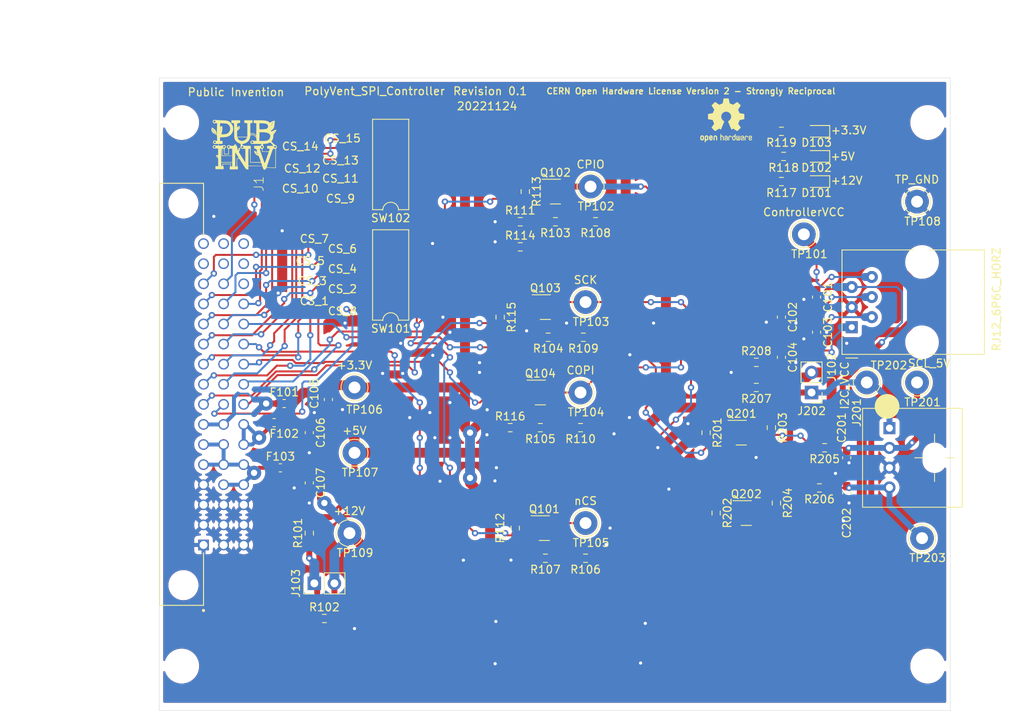
<source format=kicad_pcb>
(kicad_pcb (version 20211014) (generator pcbnew)
  (title_block (title "PolyVent_SPI_Controller") (date "2022-10-26") (rev "0.1") (company "Public Invention") (comment 1 "GNU Affero General Public License v3.0") (comment 2 "DrawnBy: (Forrest) Lee Erickson"))
  (layers (0 "F.Cu" signal) (31 "B.Cu" signal) (34 "B.Paste" user) (35 "F.Paste" user) (36 "B.SilkS" user "B.Silkscreen") (37 "F.SilkS" user "F.Silkscreen") (38 "B.Mask" user) (39 "F.Mask" user) (44 "Edge.Cuts" user))
  (net 0 "")
  (net 1 "GND")
  (net 2 "/CIPO")
  (net 3 "/C_SCK")
  (net 4 "/COPI")
  (net 5 "/nCS")
  (net 6 "+3.3V")
  (net 7 "+5V")
  (net 8 "+12V")
  (net 9 "/I2C_Level_Shifter/SCL_5V")
  (net 10 "/I2C_Level_Shifter/SDA_5V")
  (net 11 "/ControllerVcc")
  (net 12 "Net-(Q101-Pad2)")
  (net 13 "/MISO")
  (net 14 "/SCK")
  (net 15 "/MOSI")
  (net 16 "/SCL")
  (net 17 "Net-(Q201-Pad3)")
  (net 18 "/SDA")
  (net 19 "Net-(Q202-Pad3)")
  (net 20 "/CS_15")
  (net 21 "/CS_11")
  (net 22 "/CS_12")
  (net 23 "/CS_13")
  (net 24 "/CS_14")
  (net 25 "/3.3V")
  (net 26 "/5V")
  (net 27 "/24V{slash}12V")
  (net 28 "/CS_1")
  (net 29 "/CS_2")
  (net 30 "/CS_3")
  (net 31 "/CS_4")
  (net 32 "/CS_5")
  (net 33 "/CS_6")
  (net 34 "/CS_7")
  (net 35 "/USB1_D-")
  (net 36 "/USB1_D+")
  (net 37 "/CS_8")
  (net 38 "/CS_9")
  (net 39 "/CS_10")
  (net 40 "/USB2_D-")
  (net 41 "/USB2_D+")
  (net 42 "/USB3_D-")
  (net 43 "/USB3_D+")
  (net 44 "/RESET")
  (net 45 "Net-(D101-Pad2)")
  (net 46 "Net-(D102-Pad2)")
  (net 47 "Net-(D103-Pad2)")
  (net 48 "/I2C_Level_Shifter/I2C_VCC")
  (net 49 "Net-(R111-Pad1)")
  (footprint "Resistor_SMD:R_0603_1608Metric_Pad0.98x0.95mm_HandSolder" (layer "F.Cu") (at 144.78 79.375 -90)
    (fp_text reference "R113")
    (fp_text value "10K")
  )
  (footprint "Fuse:Fuse_0603_1608Metric" (layer "F.Cu") (at 113.8175 114.3)
    (fp_text reference "F103")
    (fp_text value "Polyfuse_Small")
  )
  (footprint "TestPoint:TestPoint_Loop_D2.54mm_Drill1.5mm_Beaded" (layer "F.Cu") (at 180 84.7725)
    (fp_text reference "TP101")
    (fp_text value "ControllerVCC")
  )
  (footprint "Resistor_SMD:R_0603_1608Metric_Pad0.98x0.95mm_HandSolder" (layer "F.Cu") (at 147.32 125.73 180)
    (fp_text reference "R107")
    (fp_text value "1K")
  )
  (footprint "Resistor_SMD:R_0603_1608Metric_Pad0.98x0.95mm_HandSolder" (layer "F.Cu") (at 182.626 111.76 180)
    (fp_text reference "R205")
    (fp_text value "39R")
  )
  (footprint "TestPoint:TestPoint_Loop_D2.54mm_Drill1.5mm_Beaded" (layer "F.Cu") (at 152.4 93.345)
    (fp_text reference "TP103")
    (fp_text value "SCK")
  )
  (footprint "LED_SMD:LED_0603_1608Metric_Pad1.05x0.95mm_HandSolder" (layer "F.Cu") (at 181.61 78.105 180)
    (fp_text reference "D101")
    (fp_text value "RED 0603")
  )
  (footprint "Resistor_SMD:R_0603_1608Metric_Pad0.98x0.95mm_HandSolder" (layer "F.Cu") (at 119.38 133.35)
    (fp_text reference "R102")
    (fp_text value "DNI")
  )
  (footprint "Resistor_SMD:R_0603_1608Metric_Pad0.98x0.95mm_HandSolder" (layer "F.Cu") (at 144.145 83.185)
    (fp_text reference "R111")
    (fp_text value "1K")
  )
  (footprint "Resistor_SMD:R_0603_1608Metric_Pad0.98x0.95mm_HandSolder" (layer "F.Cu") (at 146.685 109.22 180)
    (fp_text reference "R105")
    (fp_text value "1K")
  )
  (footprint "Resistor_SMD:R_0603_1608Metric_Pad0.98x0.95mm_HandSolder" (layer "F.Cu") (at 177.165 78.105 180)
    (fp_text reference "R117")
    (fp_text value "1K")
  )
  (footprint "TestPoint:TestPoint_Loop_D2.54mm_Drill1.5mm_Beaded" (layer "F.Cu") (at 123.19 104.14)
    (fp_text reference "TP106")
    (fp_text value "+3.3V")
  )
  (footprint "Capacitor_SMD:C_0603_1608Metric_Pad1.08x0.95mm_HandSolder" (layer "F.Cu") (at 185.42 117.475 -90)
    (fp_text reference "C202")
    (fp_text value "39PF")
  )
  (footprint "Resistor_SMD:R_0603_1608Metric_Pad0.98x0.95mm_HandSolder" (layer "F.Cu") (at 153.67 83.185 180)
    (fp_text reference "R108")
    (fp_text value "10K")
  )
  (footprint "TestPoint:TestPoint_Loop_D2.54mm_Drill1.5mm_Beaded" (layer "F.Cu") (at 194.945 123.19)
    (fp_text reference "TP203")
    (fp_text value "SDA_5V")
  )
  (footprint "Resistor_SMD:R_0603_1608Metric_Pad0.98x0.95mm_HandSolder" (layer "F.Cu") (at 148.59 83.185 180)
    (fp_text reference "R103")
    (fp_text value "1K")
  )
  (footprint "" (layer "F.Cu") (at 101.3411 70.6436)
    (fp_text reference "@HOLE1" hide)
    (fp_text value "")
  )
  (footprint "Package_TO_SOT_SMD:SOT-23" (layer "F.Cu") (at 148.59 79.375)
    (fp_text reference "Q102")
    (fp_text value "BSS138")
  )
  (footprint "Resistor_SMD:R_0603_1608Metric_Pad0.98x0.95mm_HandSolder" (layer "F.Cu") (at 176.53 118.745 -90)
    (fp_text reference "R204")
    (fp_text value "10K")
  )
  (footprint "TestPoint:TestPoint_Loop_D2.54mm_Drill1.5mm_Beaded" (layer "F.Cu") (at 151.765 104.775)
    (fp_text reference "TP104")
    (fp_text value "COPI")
  )
  (footprint "PubInv_PCB:SMDIP-16_L11.39_W6.7mm" (layer "F.Cu") (at 127.762 89.916 180)
    (fp_text reference "SW101")
    (fp_text value "SW_DIP_x08")
  )
  (footprint "PubInv_PCB:SMDIP-16_L11.39_W6.7mm" (layer "F.Cu") (at 127.762 75.946 180)
    (fp_text reference "SW102")
    (fp_text value "SW_DIP_x08")
  )
  (footprint "Fuse:Fuse_0603_1608Metric" (layer "F.Cu") (at 113.03 108.585)
    (fp_text reference "F102")
    (fp_text value "Polyfuse_Small")
  )
  (footprint "Resistor_SMD:R_0603_1608Metric_Pad0.98x0.95mm_HandSolder" (layer "F.Cu") (at 177.165 71.755 180)
    (fp_text reference "R119")
    (fp_text value "1K")
  )
  (footprint "TestPoint:TestPoint_Loop_D2.54mm_Drill1.5mm_Beaded" (layer "F.Cu") (at 152.4 121.285)
    (fp_text reference "TP105")
    (fp_text value "nCS")
  )
  (footprint "Fuse:Fuse_0603_1608Metric" (layer "F.Cu") (at 114.3 106.172)
    (fp_text reference "F101")
    (fp_text value "Polyfuse_Small")
  )
  (footprint "" (layer "F.Cu") (at 101.3411 139.3636)
    (fp_text reference "@HOLE0" hide)
    (fp_text value "")
  )
  (footprint "PubInv_PCB:S04B-XASK-1(LF)(SN)" (layer "F.Cu") (at 200.025 113.03 -90)
    (fp_text reference "J201")
    (fp_text value "S04B-XASK-1(LF)(SN)")
  )
  (footprint "Connector_PinHeader_2.54mm:PinHeader_1x02_P2.54mm_Vertical" (layer "F.Cu") (at 118.11 128.905 90)
    (fp_text reference "J103")
    (fp_text value "0.100_2Pin")
  )
  (footprint "Resistor_SMD:R_0603_1608Metric_Pad0.98x0.95mm_HandSolder" (layer "F.Cu") (at 144.145 86.36)
    (fp_text reference "R114")
    (fp_text value "1K")
  )
  (footprint "Resistor_SMD:R_0603_1608Metric_Pad0.98x0.95mm_HandSolder" (layer "F.Cu") (at 167.64 109.855 -90)
    (fp_text reference "R201")
    (fp_text value "10K")
  )
  (footprint "Resistor_SMD:R_0603_1608Metric_Pad0.98x0.95mm_HandSolder" (layer "F.Cu") (at 175.895 109.22 -90)
    (fp_text reference "R203")
    (fp_text value "10K")
  )
  (footprint "TestPoint:TestPoint_Loop_D2.54mm_Drill1.5mm_Beaded" (layer "F.Cu") (at 194.31 80.645)
    (fp_text reference "TP108")
    (fp_text value "TP_GND")
  )
  (footprint "Resistor_SMD:R_0603_1608Metric_Pad0.98x0.95mm_HandSolder" (layer "F.Cu") (at 177.4425 74.93 180)
    (fp_text reference "R118")
    (fp_text value "1K")
  )
  (footprint "Resistor_SMD:R_0603_1608Metric_Pad0.98x0.95mm_HandSolder" (layer "F.Cu") (at 147.6775 97.79 180)
    (fp_text reference "R104")
    (fp_text value "1K")
  )
  (footprint "PubInv_PCB:RJ12_Amphenol_54601" (layer "F.Cu") (at 186.055 96.52 90)
    (fp_text reference "J102")
    (fp_text value "RJ12_6P6C_HORZ")
  )
  (footprint "TestPoint:TestPoint_Loop_D2.54mm_Drill1.5mm_Beaded" (layer "F.Cu") (at 194.31 103.505)
    (fp_text reference "TP201")
    (fp_text value "SCL_5V")
  )
  (footprint "Package_TO_SOT_SMD:SOT-23" (layer "F.Cu") (at 146.685 104.775)
    (fp_text reference "Q104")
    (fp_text value "BSS138")
  )
  (footprint "TestPoint:TestPoint_Loop_D2.54mm_Drill1.5mm_Beaded" (layer "F.Cu") (at 122.555 122.555)
    (fp_text reference "TP109")
    (fp_text value "+12V")
  )
  (footprint "" (layer "F.Cu") (at 195.6611 70.6436)
    (fp_text reference "@HOLE2" hide)
    (fp_text value "")
  )
  (footprint "Resistor_SMD:R_0603_1608Metric_Pad0.98x0.95mm_HandSolder" (layer "F.Cu") (at 152.4 125.73 180)
    (fp_text reference "R106")
    (fp_text value "10K")
  )
  (footprint "Capacitor_SMD:C_0603_1608Metric_Pad1.08x0.95mm_HandSolder" (layer "F.Cu") (at 185.42 113.03 -90)
    (fp_text reference "C201")
    (fp_text value "39PF")
  )
  (footprint "Capacitor_SMD:C_0603_1608Metric_Pad1.08x0.95mm_HandSolder" (layer "F.Cu") (at 117.475 109.855 -90)
    (fp_text reference "C106")
    (fp_text value "100NF")
  )
  (footprint "Package_TO_SOT_SMD:SOT-23" (layer "F.Cu") (at 147.32 93.98)
    (fp_text reference "Q103")
    (fp_text value "BSS138")
  )
  (footprint "TestPoint:TestPoint_Loop_D2.54mm_Drill1.5mm_Beaded" (layer "F.Cu") (at 187.96 103.505)
    (fp_text reference "TP202")
    (fp_text value "I2C_VCC")
  )
  (footprint "Symbol:OSHW-Logo2_7.3x6mm_SilkScreen" (layer "F.Cu") (at 170.18 70.358)
    (fp_text reference "Graphic1" hide)
    (fp_text value "OSHW-Logo2_7.3x6mm_SilkScreen" hide)
  )
  (footprint "Capacitor_SMD:C_0603_1608Metric_Pad1.08x0.95mm_HandSolder" (layer "F.Cu") (at 181.61 97.155 -90)
    (fp_text reference "C103")
    (fp_text value "39PF")
  )
  (footprint "Resistor_SMD:R_0603_1608Metric_Pad0.98x0.95mm_HandSolder" (layer "F.Cu") (at 173.99 104.14 180)
    (fp_text reference "R207")
    (fp_text value "DNI")
  )
  (footprint "Resistor_SMD:R_0603_1608Metric_Pad0.98x0.95mm_HandSolder" (layer "F.Cu") (at 173.99 100.965)
    (fp_text reference "R208")
    (fp_text value "DNI")
  )
  (footprint "Resistor_SMD:R_0603_1608Metric_Pad0.98x0.95mm_HandSolder" (layer "F.Cu") (at 168.91 120.015 -90)
    (fp_text reference "R202")
    (fp_text value "10K")
  )
  (footprint "Connector_PinHeader_2.54mm:PinHeader_1x02_P2.54mm_Vertical" (layer "F.Cu") (at 180.975 104.78 180)
    (fp_text reference "J202")
    (fp_text value "0.100_2Pin")
  )
  (footprint "" (layer "F.Cu") (at 195.6611 139.3636)
    (fp_text reference "@HOLE3" hide)
    (fp_text value "")
  )
  (footprint "Capacitor_SMD:C_0603_1608Metric_Pad1.08x0.95mm_HandSolder" (layer "F.Cu") (at 177.165 100.33 -90)
    (fp_text reference "C104")
    (fp_text value "39PF")
  )
  (footprint "PubInv_PCB:HARTING_09231486921" (layer "F.Cu") (at 104.101113 124.0536 -90)
    (fp_text reference "J1")
    (fp_text value "09231486921")
  )
  (footprint "Capacitor_SMD:C_0603_1608Metric_Pad1.08x0.95mm_HandSolder" (layer "F.Cu") (at 119.888 105.664 -90)
    (fp_text reference "C105")
    (fp_text value "100NF")
  )
  (footprint "Capacitor_SMD:C_0603_1608Metric_Pad1.08x0.95mm_HandSolder" (layer "F.Cu") (at 117.475 116.205 -90)
    (fp_text reference "C107")
    (fp_text value "100NF")
  )
  (footprint "Resistor_SMD:R_0603_1608Metric_Pad0.98x0.95mm_HandSolder" (layer "F.Cu") (at 143.51 121.92 -90)
    (fp_text reference "R112")
    (fp_text value "10K")
  )
  (footprint "Resistor_SMD:R_0603_1608Metric_Pad0.98x0.95mm_HandSolder" (layer "F.Cu") (at 142.875 109.22)
    (fp_text reference "R116")
    (fp_text value "10K")
  )
  (footprint "Capacitor_SMD:C_0603_1608Metric_Pad1.08x0.95mm_HandSolder" (layer "F.Cu") (at 181.61 92.71 -90)
    (fp_text reference "C101")
    (fp_text value "39PF")
  )
  (footprint "Package_TO_SOT_SMD:SOT-23" (layer "F.Cu") (at 172.72 120.015)
    (fp_text reference "Q202")
    (fp_text value "BSS138")
  )
  (footprint "Resistor_SMD:R_0603_1608Metric_Pad0.98x0.95mm_HandSolder" (layer "F.Cu") (at 152.1225 97.79 180)
    (fp_text reference "R109")
    (fp_text value "10K")
  )
  (footprint "TestPoint:TestPoint_Loop_D2.54mm_Drill1.5mm_Beaded" (layer "F.Cu") (at 123.19 112.395)
    (fp_text reference "TP107")
    (fp_text value "+5V")
  )
  (footprint "Resistor_SMD:R_0603_1608Metric_Pad0.98x0.95mm_HandSolder" (layer "F.Cu") (at 181.9675 116.84 180)
    (fp_text reference "R206")
    (fp_text value "39R")
  )
  (footprint "Resistor_SMD:R_0603_1608Metric_Pad0.98x0.95mm_HandSolder" (layer "F.Cu") (at 117.475 122.555 90)
    (fp_text reference "R101")
    (fp_text value "DNI")
  )
  (footprint "LED_SMD:LED_0603_1608Metric_Pad1.05x0.95mm_HandSolder" (layer "F.Cu") (at 181.61 74.93 180)
    (fp_text reference "D102")
    (fp_text value "RED 0603")
  )
  (footprint "Package_TO_SOT_SMD:SOT-23" (layer "F.Cu") (at 172.085 109.855)
    (fp_text reference "Q201")
    (fp_text value "BSS138")
  )
  (footprint "Package_TO_SOT_SMD:SOT-23" (layer "F.Cu") (at 147.195 121.92)
    (fp_text reference "Q101")
    (fp_text value "BSS138")
  )
  (footprint "LED_SMD:LED_0603_1608Metric_Pad1.05x0.95mm_HandSolder" (layer "F.Cu") (at 181.61 71.755 180)
    (fp_text reference "D103")
    (fp_text value "RED 0603")
  )
  (footprint "Resistor_SMD:R_0603_1608Metric_Pad0.98x0.95mm_HandSolder" (layer "F.Cu") (at 141.605 95.25 -90)
    (fp_text reference "R115")
    (fp_text value "10K")
  )
  (footprint "Resistor_SMD:R_0603_1608Metric_Pad0.98x0.95mm_HandSolder" (layer "F.Cu") (at 151.765 109.22 180)
    (fp_text reference "R110")
    (fp_text value "10K")
  )
  (footprint "TestPoint:TestPoint_Loop_D2.54mm_Drill1.5mm_Beaded" (layer "F.Cu") (at 153.035 78.74)
    (fp_text reference "TP102")
    (fp_text value "CPIO")
  )
  (footprint "Capacitor_SMD:C_0603_1608Metric_Pad1.08x0.95mm_HandSolder" (layer "F.Cu") (at 177.165 95.25 -90)
    (fp_text reference "C102")
    (fp_text value "39PF")
  )
  (footprint "PubInv_PCB:Logo_PI_BandW_70percent_10x10" (layer "F.Cu") (at 109.22 73.66)
    (fp_text reference "G***" hide)
    (fp_text value "LOGO" hide)
  )
  (gr_line (start 198.5011 145.0036) (end 198.5011 65.0036) (layer "Edge.Cuts") (width 0.05))
  (gr_line (start 98.5011 65.0036) (end 98.5011 145.0036) (layer "Edge.Cuts") (width 0.05))
  (gr_line (start 98.5011 145.0036) (end 198.5011 145.0036) (layer "Edge.Cuts") (width 0.05))
  (gr_line (start 198.5011 65.0036) (end 98.5011 65.0036) (layer "Edge.Cuts") (width 0.05))
  (gr_text "CS_9" (at 121.412 80.264) (layer "F.SilkS") (effects (font (size 1 1))))
  (gr_text "CS_2" (at 121.666 91.694) (layer "F.SilkS") (effects (font (size 1 1))))
  (gr_text "CS_4" (at 121.666 89.154) (layer "F.SilkS") (effects (font (size 1 1))))
  (gr_text "CERN Open Hardware License Version 2 - Strongly Reciprocal" (at 165.735 66.675) (layer "F.SilkS") (effects (font (size 0.762 0.762) (thickness 0.1524))))
  (gr_text "CS_12" (at 116.586 76.454) (layer "F.SilkS") (effects (font (size 1 1))))
  (gr_text "+5V" (at 184.912 74.93) (layer "F.SilkS") (effects (font (size 1 1))))
  (gr_text "CS_1" (at 118.11 93.218) (layer "F.SilkS") (effects (font (size 1 1))))
  (gr_text "CS_3" (at 117.856 90.678) (layer "F.SilkS") (effects (font (size 1 1))))
  (gr_text "Public Invention" (at 108.204 66.802) (layer "F.SilkS") (effects (font (size 1 1))))
  (gr_text "CS_15" (at 121.666 72.644) (layer "F.SilkS") (effects (font (size 1 1))))
  (gr_text "PolyVent_SPI_Controller" (at 125.73 66.675) (layer "F.SilkS") (effects (font (size 1 1))))
  (gr_text "Revision 0.1" (at 140.335 66.675) (layer "F.SilkS") (effects (font (size 1 1))))
  (gr_text "CS_14" (at 116.332 73.66) (layer "F.SilkS") (effects (font (size 1 1))))
  (gr_text "+3.3V" (at 185.674 71.628) (layer "F.SilkS") (effects (font (size 1 1))))
  (gr_text "CS_13" (at 121.412 75.438) (layer "F.SilkS") (effects (font (size 1 1))))
  (gr_text "CS_7" (at 118.11 85.344) (layer "F.SilkS") (effects (font (size 1 1))))
  (gr_text "+12V" (at 185.42 77.978) (layer "F.SilkS") (effects (font (size 1 1))))
  (gr_text "CS_5" (at 117.602 88.138) (layer "F.SilkS") (effects (font (size 1 1))))
  (gr_text "20221124" (at 139.954 68.58) (layer "F.SilkS") (effects (font (size 1 1))))
  (gr_text "CS_6" (at 121.666 86.614) (layer "F.SilkS") (effects (font (size 1 1))))
  (gr_text "CS_11" (at 121.412 77.724) (layer "F.SilkS") (effects (font (size 1 1))))
  (gr_text "CS_10" (at 116.332 78.994) (layer "F.SilkS") (effects (font (size 1 1))))
  (gr_text "CS_8" (at 121.666 94.488) (layer "F.SilkS") (effects (font (size 1 1))))
  (via (at 105.405146 82.507346) (size 0.8) (drill 0.4) (layers "F.Cu" "B.Cu") (net 1))
  (via (at 126.746 102.362) (size 0.8) (drill 0.4) (layers "F.Cu" "B.Cu") (net 1))
  (via (at 134.366 95.25) (size 0.8) (drill 0.4) (layers "F.Cu" "B.Cu") (net 1))
  (via (at 180 98) (size 0.8) (drill 0.4) (layers "F.Cu" "B.Cu") (net 1))
  (via (at 135.259299 97.159299) (size 0.8) (drill 0.4) (layers "F.Cu" "B.Cu") (net 1))
  (via (at 140.97 83.185) (size 0.8) (drill 0.4) (layers "F.Cu" "B.Cu") (net 1))
  (via (at 140.97 85.725) (size 0.8) (drill 0.4) (layers "F.Cu" "B.Cu") (net 1))
  (via (at 118.11 107.315) (size 0.8) (drill 0.4) (layers "F.Cu" "B.Cu") (net 1))
  (via (at 135.255 110.49) (size 0.8) (drill 0.4) (layers "F.Cu" "B.Cu") (net 1))
  (via (at 141.130273 114.283695) (size 0.8) (drill 0.4) (layers "F.Cu" "B.Cu") (net 1))
  (via (at 175.26 95.885) (size 0.8) (drill 0.4) (layers "F.Cu" "B.Cu") (net 1))
  (via (at 133.085758 100.075405) (size 0.8) (drill 0.4) (layers "F.Cu" "B.Cu") (net 1))
  (via (at 133.0585 85.932333) (size 0.8) (drill 0.4) (layers "F.Cu" "B.Cu") (net 1))
  (via (at 161.535983 111.740553) (size 0.8) (drill 0.4) (layers "F.Cu" "B.Cu") (net 1))
  (via (at 159.358742 138.979796) (size 0.8) (drill 0.4) (layers "F.Cu" "B.Cu") (net 1))
  (via (at 180 93) (size 0.8) (drill 0.4) (layers "F.Cu" "B.Cu") (net 1))
  (via (at 185.7155 118.745) (size 0.8) (drill 0.4) (layers "F.Cu" "B.Cu") (net 1))
  (via (at 139 102.235) (size 0.8) (drill 0.4) (layers "F.Cu" "B.Cu") (net 1))
  (via (at 139 101) (size 0.8) (drill 0.4) (layers "F.Cu" "B.Cu") (net 1))
  (via (at 179 96) (size 0.8) (drill 0.4) (layers "F.Cu" "B.Cu") (net 1))
  (via (at 173.965665 112.989993) (size 0.8) (drill 0.4) (layers "F.Cu" "B.Cu") (net 1))
  (via (at 178.984413 100.985677) (size 0.8) (drill 0.4) (layers "F.Cu" "B.Cu") (net 1))
  (via (at 150 96) (size 0.8) (drill 0.4) (layers "F.Cu" "B.Cu") (net 1))
  (via (at 142.971122 125.964255) (size 0.8) (drill 0.4) (layers "F.Cu" "B.Cu") (net 1))
  (via (at 117.475 112.395) (size 0.8) (drill 0.4) (layers "F.Cu" "B.Cu") (net 1))
  (via (at 140.945459 115.947027) (size 0.8) (drill 0.4) (layers "F.Cu" "B.Cu") (net 1))
  (via (at 185.7155 113.665) (size 0.8) (drill 0.4) (layers "F.Cu" "B.Cu") (net 1))
  (via (at 123.19 134.62) (size 0.8) (drill 0.4) (layers "F.Cu" "B.Cu") (net 1))
  (via (at 117.475 118.745) (size 0.8) (drill 0.4) (layers "F.Cu" "B.Cu") (net 1))
  (via (at 141.063232 133.7225) (size 0.8) (drill 0.4) (layers "F.Cu" "B.Cu") (net 1))
  (via (at 139.959781 106.952717) (size 0.8) (drill 0.4) (layers "F.Cu" "B.Cu") (net 1))
  (via (at 157.948401 107.938395) (size 0.8) (drill 0.4) (layers "F.Cu" "B.Cu") (net 1))
  (via (at 158 100) (size 0.8) (drill 0.4) (layers "F.Cu" "B.Cu") (net 1))
  (via (at 134 116) (size 0.8) (drill 0.4) (layers "F.Cu" "B.Cu") (net 1))
  (via (at 113.538 92.202) (size 0.8) (drill 0.4) (layers "F.Cu" "B.Cu") (net 1))
  (via (at 136.957033 125.973513) (size 0.8) (drill 0.4) (layers "F.Cu" "B.Cu") (net 1))
  (via (at 140.97 139.065) (size 0.8) (drill 0.4) (layers "F.Cu" "B.Cu") (net 1))
  (via (at 161 96) (size 0.8) (drill 0.4) (layers "F.Cu" "B.Cu") (net 1))
  (via (at 184 115) (size 0.8) (drill 0.4) (layers "F.Cu" "B.Cu") (net 1))
  (via (at 159.953501 133.963507) (size 0.8) (drill 0.4) (layers "F.Cu" "B.Cu") (net 1))
  (via (at 121.991367 95.999999) (size 0.8) (drill 0.4) (layers "F.Cu" "B.Cu") (net 1))
  (via (at 162.938395 116.994309) (size 0.8) (drill 0.4) (layers "F.Cu" "B.Cu") (net 1))
  (via (at 185.42 98.552) (size 0.8) (drill 0.4) (layers "F.Cu" "B.Cu") (net 1))
  (via (at 121.666 106.934) (size 0.8) (drill 0.4) (layers "F.Cu" "B.Cu") (net 1))
  (via (at 144.949775 96.972729) (size 0.8) (drill 0.4) (layers "F.Cu" "B.Cu") (net 1))
  (via (at 115.57 116.84) (size 0.8) (drill 0.4) (layers "F.Cu" "B.Cu") (net 1))
  (via (at 117.343701 93.467701) (size 0.8) (drill 0.4) (layers "F.Cu" "B.Cu") (net 1))
  (via (at 155 124) (size 0.8) (drill 0.4) (layers "F.Cu" "B.Cu") (net 1))
  (via (at 130.175 107.95) (size 0.8) (drill 0.4) (layers "F.Cu" "B.Cu") (net 1))
  (via (at 129.032 98.552) (size 0.8) (drill 0.4) (layers "F.Cu" "B.Cu") (net 1))
  (via (at 139.934631 110.1175) (size 0.8) (drill 0.4) (layers "F.Cu" "B.Cu") (net 1))
  (via (at 170.815 102.235) (size 0.8) (drill 0.4) (layers "F.Cu" "B.Cu") (net 1))
  (via (at 156 110) (size 0.8) (drill 0.4) (layers "F.Cu" "B.Cu") (net 1))
  (via (at 132.715 107.315) (size 0.8) (drill 0.4) (layers "F.Cu" "B.Cu") (net 1))
  (via (at 114.046 84.328) (size 0.8) (drill 0.4) (layers "F.Cu" "B.Cu") (net 1))
  (via (at 182.88 97.155) (size 0.8) (drill 0.4) (layers "F.Cu" "B.Cu") (net 1))
  (via (at 133.35 110.49) (size 0.8) (drill 0.4) (layers "F.Cu" "B.Cu") (net 1))
  (via (at 165.354 108.712) (size 0.8) (drill 0.4) (layers "F.Cu" "B.Cu") (net 1))
  (via (at 135.255 106.045) (size 0.8) (drill 0.4) (layers "F.Cu" "B.Cu") (net 1))
  (via (at 155.505999 121.92) (size 0.8) (drill 0.4) (layers "F.Cu" "B.Cu") (net 1))
  (via (at 129.286 102.362) (size 0.8) (drill 0.4) (layers "F.Cu" "B.Cu") (net 1))
  (via (at 185 121) (size 0.8) (drill 0.4) (layers "F.Cu" "B.Cu") (net 1))
  (segment (start 165.1 89.535) (end 165.1 83.82) (width 0.25) (layer "F.Cu") (net 2))
  (segment (start 150.162489 78.74) (end 153.035 78.74) (width 0.762) (layer "F.Cu") (net 2))
  (segment (start 165.1 83.82) (end 160.02 78.74) (width 0.25) (layer "F.Cu") (net 2))
  (segment (start 149.5275 79.375) (end 150.1625 78.74) (width 0.25) (layer "F.Cu") (net 2))
  (segment (start 181.61 91.8475) (end 183.2875 90.17) (width 0.25) (layer "F.Cu") (net 2))
  (segment (start 167.4125 91.8475) (end 165.1 89.535) (width 0.25) (layer "F.Cu") (net 2))
  (segment (start 149.5275 79.375) (end 149.5275 83.16) (width 0.25) (layer "F.Cu") (net 2))
  (segment (start 183.2875 90.17) (end 183.515 90.17) (width 0.25) (layer "F.Cu") (net 2))
  (segment (start 149.5275 83.16) (end 149.5025 83.185) (width 0.25) (layer "F.Cu") (net 2))
  (segment (start 160.02 78.74) (end 159.385 78.74) (width 0.25) (layer "F.Cu") (net 2))
  (segment (start 181.61 91.8475) (end 167.4125 91.8475) (width 0.25) (layer "F.Cu") (net 2))
  (segment (start 149.5025 83.185) (end 152.7575 83.185) (width 0.25) (layer "F.Cu") (net 2))
  (via (at 159.385 78.74) (size 0.8) (drill 0.4) (layers "F.Cu" "B.Cu") (net 2))
  (via (at 183.515 90.17) (size 0.8) (drill 0.4) (layers "F.Cu" "B.Cu") (net 2))
  (segment (start 188.595 90.17) (end 187.706 90.17) (width 1) (layer "B.Cu") (net 2))
  (segment (start 159.385 78.74) (end 153.035 78.74) (width 0.762) (layer "B.Cu") (net 2))
  (segment (start 187.706 90.17) (end 183.515 90.17) (width 0.25) (layer "B.Cu") (net 2))
  (segment (start 165.5075 94.3875) (end 164.465 93.345) (width 0.25) (layer "F.Cu") (net 3))
  (segment (start 148.2575 93.98) (end 148.8925 93.345) (width 0.25) (layer "F.Cu") (net 3))
  (segment (start 148.59 97.79) (end 151.21 97.79) (width 0.25) (layer "F.Cu") (net 3))
  (segment (start 177.165 94.3875) (end 165.5075 94.3875) (width 0.25) (layer "F.Cu") (net 3))
  (segment (start 148.59 97.79) (end 148.59 94.3125) (width 0.25) (layer "F.Cu") (net 3))
  (segment (start 152.4 93.345) (end 160.655 93.345) (width 0.25) (layer "F.Cu") (net 3))
  (segment (start 182.080495 94.435) (end 177.2125 94.435) (width 0.25) (layer "F.Cu") (net 3))
  (segment (start 148.8925 93.345) (end 152.4 93.345) (width 0.25) (layer "F.Cu") (net 3))
  (segment (start 148.59 94.3125) (end 148.2575 93.98) (width 0.25) (layer "F.Cu") (net 3))
  (segment (start 183.515 93.000495) (end 182.080495 94.435) (width 0.25) (layer "F.Cu") (net 3))
  (segment (start 183.515 92.71) (end 183.515 93.000495) (width 0.25) (layer "F.Cu") (net 3))
  (segment (start 177.2125 94.435) (end 177.165 94.3875) (width 0.25) (layer "F.Cu") (net 3))
  (via (at 183.515 92.71) (size 0.8) (drill 0.4) (layers "F.Cu" "B.Cu") (net 3))
  (via (at 160.655 93.345) (size 0.8) (drill 0.4) (layers "F.Cu" "B.Cu") (net 3))
  (via (at 164.465 93.345) (size 0.8) (drill 0.4) (layers "F.Cu" "B.Cu") (net 3))
  (segment (start 187.706 92.71) (end 183.515 92.71) (width 0.25) (layer "B.Cu") (net 3))
  (segment (start 188.595 92.71) (end 187.706 92.71) (width 1) (layer "B.Cu") (net 3))
  (segment (start 164.465 93.345) (end 160.655 93.345) (width 0.25) (layer "B.Cu") (net 3))
  (segment (start 147.6225 104.775) (end 151.765 104.775) (width 0.25) (layer "F.Cu") (net 4))
  (segment (start 178.435 97.79) (end 165.735 97.79) (width 0.25) (layer "F.Cu") (net 4))
  (segment (start 165.735 97.79) (end 164.465 99.06) (width 0.25) (layer "F.Cu") (net 4))
  (segment (start 182.4725 96.2925) (end 183.515 95.25) (width 0.25) (layer "F.Cu") (net 4))
  (segment (start 164.465 99.06) (end 164.465 101.6) (width 0.25) (layer "F.Cu") (net 4))
  (segment (start 147.6225 104.775) (end 147.6225 109.195) (width 0.25) (layer "F.Cu") (net 4))
  (segment (start 147.5975 109.22) (end 150.8525 109.22) (width 0.25) (layer "F.Cu") (net 4))
  (segment (start 181.61 96.2925) (end 179.9325 96.2925) (width 0.25) (layer "F.Cu") (net 4))
  (segment (start 179.9325 96.2925) (end 178.435 97.79) (width 0.25) (layer "F.Cu") (net 4))
  (segment (start 154.94 101.6) (end 160.02 101.6) (width 0.25) (layer "F.Cu") (net 4))
  (segment (start 151.765 104.775) (end 154.94 101.6) (width 0.25) (layer "F.Cu") (net 4))
  (segment (start 181.61 96.2925) (end 182.4725 96.2925) (width 0.25) (layer "F.Cu") (net 4))
  (segment (start 147.6225 109.195) (end 147.5975 109.22) (width 0.25) (layer "F.Cu") (net 4))
  (via (at 183.515 95.25) (size 0.8) (drill 0.4) (layers "F.Cu" "B.Cu") (net 4))
  (via (at 160.02 101.6) (size 0.8) (drill 0.4) (layers "F.Cu" "B.Cu") (net 4))
  (via (at 164.465 101.6) (size 0.8) (drill 0.4) (layers "F.Cu" "B.Cu") (net 4))
  (segment (start 187.452 95.25) (end 183.515 95.25) (width 0.25) (layer "B.Cu") (net 4))
  (segment (start 188.595 95.25) (end 187.706 95.25) (width 1) (layer "B.Cu") (net 4))
  (segment (start 160.02 101.6) (end 164.465 101.6) (width 0.25) (layer "B.Cu") (net 4))
  (segment (start 176.7575 99.4675) (end 177.165 99.4675) (width 0.25) (layer "F.Cu") (net 5))
  (segment (start 157.988 124.714) (end 157.988 114.046) (width 0.25) (layer "F.Cu") (net 5))
  (segment (start 167.005 99.06) (end 176.35 99.06) (width 0.25) (layer "F.Cu") (net 5))
  (segment (start 177.165 99.4675) (end 183.3 99.4675) (width 0.25) (layer "F.Cu") (net 5))
  (segment (start 151.4875 125.73) (end 152.7575 127) (width 0.25) (layer "F.Cu") (net 5))
  (segment (start 148.7675 121.285) (end 152.4 121.285) (width 0.25) (layer "F.Cu") (net 5))
  (segment (start 151.4875 125.73) (end 148.2325 125.73) (width 0.25) (layer "F.Cu") (net 5))
  (segment (start 152.7575 127) (end 155.702 127) (width 0.25) (layer "F.Cu") (net 5))
  (segment (start 148.1325 121.92) (end 148.7675 121.285) (width 0.25) (layer "F.Cu") (net 5))
  (segment (start 157.988 114.046) (end 163.83 108.204) (width 0.25) (layer "F.Cu") (net 5))
  (segment (start 176.35 99.06) (end 176.7575 99.4675) (width 0.25) (layer "F.Cu") (net 5))
  (segment (start 148.1325 125.63) (end 148.2325 125.73) (width 0.25) (layer "F.Cu") (net 5))
  (segment (start 165.735 100.33) (end 167.005 99.06) (width 0.25) (layer "F.Cu") (net 5))
  (segment (start 155.702 127) (end 157.988 124.714) (width 0.25) (layer "F.Cu") (net 5))
  (segment (start 183.3 99.4675) (end 183.515 99.6825) (width 0.25) (layer "F.Cu") (net 5))
  (segment (start 148.1325 121.92) (end 148.1325 125.63) (width 0.25) (layer "F.Cu") (net 5))
  (segment (start 165.735 104.14) (end 165.735 100.33) (width 0.25) (layer "F.Cu") (net 5))
  (via (at 163.83 108.204) (size 0.8) (drill 0.4) (layers "F.Cu" "B.Cu") (net 5))
  (via (at 183.515 99.6825) (size 0.8) (drill 0.4) (layers "F.Cu" "B.Cu") (net 5))
  (via (at 165.735 104.14) (size 0.8) (drill 0.4) (layers "F.Cu" "B.Cu") (net 5))
  (segment (start 165.735 104.14) (end 165.735 106.299) (width 0.25) (layer "B.Cu") (net 5))
  (segment (start 165.735 106.299) (end 163.83 108.204) (width 0.25) (layer "B.Cu") (net 5))
  (segment (start 186.055 96.52) (end 184.785 96.52) (width 1) (layer "B.Cu") (net 5))
  (segment (start 184.785 96.52) (end 184.785 96.8375) (width 0.25) (layer "B.Cu") (net 5))
  (segment (start 184.785 96.8375) (end 183.515 98.1075) (width 0.25) (layer "B.Cu") (net 5))
  (segment (start 183.515 98.1075) (end 183.515 99.6825) (width 0.25) (layer "B.Cu") (net 5))
  (segment (start 141.605 93.345) (end 141.8825 93.0675) (width 1.25) (layer "F.Cu") (net 6))
  (segment (start 141.9625 108.9425) (end 141.605 108.585) (width 1.25) (layer "F.Cu") (net 6))
  (segment (start 161.0125 119.1025) (end 168.91 119.1025) (width 1.25) (layer "F.Cu") (net 6))
  (segment (start 167.6775 108.905) (end 167.64 108.9425) (width 1.25) (layer "F.Cu") (net 6))
  (segment (start 141.605 108.585) (end 139.065 108.585) (width 1.25) (layer "F.Cu") (net 6))
  (segment (start 143.51 93.0675) (end 141.8825 93.0675) (width 1.25) (layer "F.Cu") (net 6))
  (segment (start 119.888 104.8015) (end 119.888 104.394) (width 1.25) (layer "F.Cu") (net 6))
  (segment (start 146.3825 93.03) (end 143.5475 93.03) (width 1.25) (layer "F.Cu") (net 6))
  (segment (start 120.4295 103.8525) (end 122.9025 103.8525) (width 1.25) (layer "F.Cu") (net 6))
  (segment (start 161.0125 115.220783) (end 161.0125 119.1025) (width 1.25) (layer "F.Cu") (net 6))
  (segment (start 160.655 118.618) (end 160.655 127) (width 1.25) (layer "F.Cu") (net 6))
  (segment (start 139.065 108.585) (end 137.795 109.855) (width 1.25) (layer "F.Cu") (net 6))
  (segment (start 138.0725 78.4625) (end 137.16 79.375) (width 1.25) (layer "F.Cu") (net 6))
  (segment (start 122.9025 103.8525) (end 123.19 104.14) (width 1.25) (layer "F.Cu") (net 6))
  (segment (start 137.4375 93.0675) (end 137.16 93.345) (width 1.25) (layer "F.Cu") (net 6))
  (segment (start 144.8175 78.425) (end 144.78 78.4625) (width 1.25) (layer "F.Cu") (net 6))
  (segment (start 147.6525 78.425) (end 144.8175 78.425) (width 1.25) (layer "F.Cu") (net 6))
  (segment (start 167.290783 108.9425) (end 161.0125 115.220783) (width 1.25) (layer "F.Cu") (net 6))
  (segment (start 171.745 119.1025) (end 168.91 119.1025) (width 0.254) (layer "F.Cu") (net 6))
  (segment (start 141.9625 109.22) (end 141.9625 108.9425) (width 1.25) (layer "F.Cu") (net 6))
  (segment (start 137.16 109.22) (end 137.795 109.855) (width 1.25) (layer "F.Cu") (net 6))
  (segment (start 137.16 93.345) (end 137.16 104.14) (width 1.25) (layer "F.Cu") (net 6))
  (segment (start 144.78 78.4625) (end 142.5975 78.4625) (width 1.25) (layer "F.Cu") (net 6))
  (segment (start 123.19 104.14) (end 137.16 104.14) (width 1.25) (layer "F.Cu") (net 6))
  (segment (start 141.8825 93.0675) (end 137.4375 93.0675) (width 1.25) (layer "F.Cu") (net 6))
  (segment (start 137.16 79.375) (end 137.16 93.345) (width 1.25) (layer "F.Cu") (net 6))
  (segment (start 141.605 94.3375) (end 141.605 93.345) (width 1.25) (layer "F.Cu") (net 6))
  (segment (start 140.335 118.745) (end 137.795 116.205) (width 1.25) (layer "F.Cu") (net 6))
  (segment (start 115.316 106.172) (end 116.6865 104.8015) (width 1.25) (layer "F.Cu") (net 6))
  (segment (start 142.9125 103.825) (end 142.875 103.8625) (width 1.25) (layer "F.Cu") (net 6))
  (segment (start 145.7475 103.825) (end 142.9125 103.825) (width 1.25) (layer "F.Cu") (net 6))
  (segment (start 145.415 71.755) (end 142.5975 74.5725) (width 1.25) (layer "F.Cu") (net 6))
  (segment (start 167.64 108.9425) (end 167.290783 108.9425) (width 1.25) (layer "F.Cu") (net 6))
  (segment (start 140.335 127) (end 140.335 118.745) (width 1.25) (layer "F.Cu") (net 6))
  (segment (start 160.655 127) (end 158.115 129.54) (width 1.25) (layer "F.Cu") (net 6))
  (segment (start 137.795 116.205) (end 137.795 115.57) (width 1.25) (layer "F.Cu") (net 6))
  (segment (start 119.888 104.394) (end 120.4295 103.8525) (width 1.25) (layer "F.Cu") (net 6))
  (segment (start 142.5975 74.5725) (end 142.5975 78.4625) (width 1.25) (layer "F.Cu") (net 6))
  (segment (start 143.5475 120.97) (end 143.51 121.0075) (width 1.25) (layer "F.Cu") (net 6))
  (segment (start 176.2525 71.755) (end 145.415 71.755) (width 1.25) (layer "F.Cu") (net 6))
  (segment (start 143.51 121.0075) (end 142.5975 121.0075) (width 1.25) (layer "F.Cu") (net 6))
  (segment (start 158.115 129.54) (end 142.875 129.54) (width 1.25) (layer "F.Cu") (net 6))
  (segment (start 142.875 129.54) (end 140.335 127) (width 1.25) (layer "F.Cu") (net 6))
  (segment (start 142.5975 78.4625) (end 138.0725 78.4625) (width 1.25) (layer "F.Cu") (net 6))
  (segment (start 146.2575 120.97) (end 143.5475 120.97) (width 1.25) (layer "F.Cu") (net 6))
  (segment (start 142.5975 121.0075) (end 140.335 118.745) (width 1.25) (layer "F.Cu") (net 6))
  (segment (start 171.7825 119.065) (end 171.745 119.1025) (width 0.254) (layer "F.Cu") (net 6))
  (segment (start 142.5975 104.14) (end 142.875 103.8625) (width 1.25) (layer "F.Cu") (net 6))
  (segment (start 143.5475 93.03) (end 143.51 93.0675) (width 1.25) (layer "F.Cu") (net 6))
  (segment (start 116.6865 104.8015) (end 119.888 104.8015) (width 1.25) (layer "F.Cu") (net 6))
  (segment (start 115.0875 106.172) (end 115.316 106.172) (width 1.25) (layer "F.Cu") (net 6))
  (segment (start 171.1475 108.905) (end 167.6775 108.905) (width 1.25) (layer "F.Cu") (net 6))
  (segment (start 137.16 104.14) (end 142.5975 104.14) (width 1.25) (layer "F.Cu") (net 6))
  (segment (start 137.16 104.14) (end 137.16 109.22) (width 1.25) (layer "F.Cu") (net 6))
  (via (at 137.795 109.855) (size 1.8) (drill 0.8) (layers "F.Cu" "B.Cu") (net 6))
  (via (at 137.795 115.57) (size 1.8) (drill 0.8) (layers "F.Cu" "B.Cu") (net 6))
  (segment (start 137.795 109.855) (end 137.795 115.57) (width 1.25) (layer "B.Cu") (net 6))
  (segment (start 177.5225 108.3075) (end 177.5225 106.9105) (width 0.75) (layer "F.Cu") (net 7))
  (segment (start 176.53 112.268) (end 176.638154 112.268) (width 0.75) (layer "F.Cu") (net 7))
  (segment (start 152.6775 109.22) (end 152.6775 112.0375) (width 1.25) (layer "F.Cu") (net 7))
  (segment (start 176.53 117.8325) (end 176.53 112.395) (width 1.25) (layer "F.Cu") (net 7))
  (segment (start 176.638154 112.268) (end 178.2665 110.639654) (width 0.75) (layer "F.Cu") (net 7))
  (segment (start 154.5825 83.185) (end 158.115 83.185) (width 1.25) (layer "F.Cu") (net 7))
  (segment (start 157.038499 112.588499) (end 156.845 112.395) (width 1.25) (layer "F.Cu") (net 7))
  (segment (start 113.9425 108.585) (end 117.0675 108.585) (width 0.75) (layer "F.Cu") (net 7))
  (segment (start 157.48 82.55) (end 158.115 83.185) (width 1.25) (layer "F.Cu") (net 7))
  (segment (start 156.845 112.395) (end 162.56 106.68) (width 1.25) (layer "F.Cu") (net 7))
  (segment (start 159.385 97.79) (end 162.56 100.965) (width 1.25) (layer "F.Cu") (net 7))
  (segment (start 152.6775 112.0375) (end 153.035 112.395) (width 1.25) (layer "F.Cu") (net 7))
  (segment (start 118.59 120.5275) (end 120.118336 120.5275) (width 0.75) (layer "F.Cu") (net 7))
  (segment (start 153.035 112.395) (end 156.845 112.395) (width 1.25) (layer "F.Cu") (net 7))
  (segment (start 176.53 74.93) (end 159.385 74.93) (width 1.25) (layer "F.Cu") (net 7))
  (segment (start 158.115 83.185) (end 159.385 83.185) (width 1.25) (layer "F.Cu") (net 7))
  (segment (start 123.19 117.455836) (end 123.19 112.395) (width 0.75) (layer "F.Cu") (net 7))
  (segment (start 159.385 74.93) (end 157.48 76.835) (width 1.25) (layer "F.Cu") (net 7))
  (segment (start 117.475 121.6425) (end 118.59 120.5275) (width 0.75) (layer "F.Cu") (net 7))
  (segment (start 175.895 108.3075) (end 177.5225 108.3075) (width 0.75) (layer "F.Cu") (net 7))
  (segment (start 173.0775 104.14) (end 173.0775 106.4025) (width 1.25) (layer "F.Cu") (net 7))
  (segment (start 173.355 106.68) (end 177.292 106.68) (width 1.25) (layer "F.Cu") (net 7))
  (segment (start 162.56 106.68) (end 173.355 106.68) (width 1.25) (layer "F.Cu") (net 7))
  (segment (start 173.0775 106.4025) (end 173.355 106.68) (width 1.25) (layer "F.Cu") (net 7))
  (segment (start 155.575 125.73) (end 157.038499 124.266501) (width 1.25) (layer "F.Cu") (net 7))
  (segment (start 123.19 112.395) (end 153.035 112.395) (width 1.25) (layer "F.Cu") (net 7))
  (segment (start 120.118336 120.5275) (end 123.19 117.455836) (width 0.75) (layer "F.Cu") (net 7))
  (segment (start 178.2665 110.639654) (end 178.2665 109.0515) (width 0.75) (layer "F.Cu") (net 7))
  (segment (start 162.56 100.965) (end 162.56 106.68) (width 1.25) (layer "F.Cu") (net 7))
  (segment (start 117.0675 108.585) (end 117.475 108.9925) (width 0.75) (layer "F.Cu") (net 7))
  (segment (start 123.19 110.49) (end 121.6925 108.9925) (width 1.25) (layer "F.Cu") (net 7))
  (segment (start 178.2665 109.0515) (end 177.5225 108.3075) (width 0.75) (layer "F.Cu") (net 7))
  (segment (start 157.038499 124.266501) (end 157.038499 112.588499) (width 1.25) (layer "F.Cu") (net 7))
  (segment (start 177.5225 106.9105) (end 177.292 106.68) (width 0.75) (layer "F.Cu") (net 7))
  (segment (start 153.3125 125.73) (end 155.575 125.73) (width 1.25) (layer "F.Cu") (net 7))
  (segment (start 123.19 112.395) (end 123.19 110.49) (width 1.25) (layer "F.Cu") (net 7))
  (segment (start 157.48 76.835) (end 157.48 82.55) (width 1.25) (layer "F.Cu") (net 7))
  (segment (start 159.385 83.185) (end 162.56 86.36) (width 1.25) (layer "F.Cu") (net 7))
  (segment (start 153.035 97.79) (end 159.385 97.79) (width 1.25) (layer "F.Cu") (net 7))
  (segment (start 121.6925 108.9925) (end 117.475 108.9925) (width 1.25) (layer "F.Cu") (net 7))
  (segment (start 162.56 86.36) (end 162.56 100.965) (width 1.25) (layer "F.Cu") (net 7))
  (segment (start 127.635 135.89) (end 177.8 135.89) (width 1.25) (layer "F.Cu") (net 8))
  (segment (start 174.9025 100.965) (end 174.9025 101.40568) (width 1.25) (layer "F.Cu") (net 8))
  (segment (start 114.5775 114.3) (end 116.4325 114.3) (width 0.75) (layer "F.Cu") (net 8))
  (segment (start 116.4325 114.3) (end 117.475 115.3425) (width 0.75) (layer "F.Cu") (net 8))
  (segment (start 174.9025 101.40568) (end 176.36682 102.87) (width 1.25) (layer "F.Cu") (net 8))
  (segment (start 177.8 135.89) (end 187.325 126.365) (width 1.25) (layer "F.Cu") (net 8))
  (segment (start 183.515 102.87) (end 189.23 97.155) (width 1.25) (layer "F.Cu") (net 8))
  (segment (start 124.46 124.46) (end 124.46 132.715) (width 1.25) (layer "F.Cu") (net 8))
  (segment (start 187.325 109.601) (end 183.515 105.791) (width 1.25) (layer "F.Cu") (net 8))
  (segment (start 176.36682 102.87) (end 180.345 102.87) (width 1.25) (layer "F.Cu") (net 8))
  (segment (start 192.405 97.155) (end 193.675 95.885) (width 1.25) (layer "F.Cu") (net 8))
  (segment (start 189.23 97.155) (end 192.405 97.155) (width 1.25) (layer "F.Cu") (net 8))
  (segment (start 117.475 115.3425) (end 118.5175 115.3425) (width 0.75) (layer "F.Cu") (net 8))
  (segment (start 120.65 128.905) (end 120.65 132.9925) (width 0.75) (layer "F.Cu") (net 8))
  (segment (start 118.833 115.658) (end 118.833 118.198) (width 0.75) (layer "F.Cu") (net 8))
  (segment (start 193.675 90.805) (end 184.15 81.28) (width 1.25) (layer "F.Cu") (net 8))
  (segment (start 118.833 118.198) (end 119.38 118.745) (width 0.75) (layer "F.Cu") (net 8))
  (segment (start 120.65 132.9925) (end 120.2925 133.35) (width 0.75) (layer "F.Cu") (net 8))
  (segment (start 182.885 102.24) (end 180.975 102.24) (width 1.25) (layer "F.Cu") (net 8))
  (segment (start 177.8 81.28) (end 176.2525 79.7325) (width 1.25) (layer "F.Cu") (net 8))
  (segment (start 183.515 102.87) (end 182.885 102.24) (width 1.25) (layer "F.Cu") (net 8))
  (segment (start 180.345 102.87) (end 180.975 102.24) (width 1.25) (layer "F.Cu") (net 8))
  (segment (start 193.675 95.885) (end 193.675 90.805) (width 1.25) (layer "F.Cu") (net 8))
  (segment (start 122.555 122.555) (end 124.46 124.46) (width 1.25) (layer "F.Cu") (net 8))
  (segment (start 184.15 81.28) (end 177.8 81.28) (width 1.25) (layer "F.Cu") (net 8))
  (segment (start 176.2525 79.7325) (end 176.2525 78.105) (width 1.25) (layer "F.Cu") (net 8))
  (segment (start 118.5175 115.3425) (end 118.745 115.57) (width 0.75) (layer "F.Cu") (net 8))
  (segment (start 187.325 126.365) (end 187.325 109.601) (width 1.25) (layer "F.Cu") (net 8))
  (segment (start 118.745 115.57) (end 118.833 115.658) (width 0.75) (layer "F.Cu") (net 8))
  (segment (start 183.515 105.791) (end 183.515 102.87) (width 1.25) (layer "F.Cu") (net 8))
  (segment (start 124.46 132.715) (end 127.635 135.89) (width 1.25) (layer "F.Cu") (net 8))
  (via (at 119.38 118.745) (size 1.8) (drill 0.8) (layers "F.Cu" "B.Cu") (net 8))
  (segment (start 120.65 125.095) (end 123.19 122.555) (width 1.25) (layer "B.Cu") (net 8))
  (segment (start 120.65 128.905) (end 120.65 125.095) (width 1.25) (layer "B.Cu") (net 8))
  (segment (start 123.19 122.555) (end 119.38 118.745) (width 1.25) (layer "B.Cu") (net 8))
  (segment (start 183.5385 111.76) (end 185.0125 111.76) (width 0.25) (layer "F.Cu") (net 9))
  (segment (start 194.31 103.505) (end 194.31 110.49) (width 0.75) (layer "F.Cu") (net 9))
  (segment (start 185.664084 111.923416) (end 185.664084 111.793504) (width 0.25) (layer "F.Cu") (net 9))
  (segment (start 185.0125 111.76) (end 185.42 112.1675) (width 0.25) (layer "F.Cu") (net 9))
  (segment (start 185.42 112.1675) (end 185.664084 111.923416) (width 0.25) (layer "F.Cu") (net 9))
  (segment (start 194.31 110.49) (end 193.675 111.125) (width 0.75) (layer "F.Cu") (net 9))
  (via (at 185.664084 111.793504) (size 0.8) (drill 0.4) (layers "F.Cu" "B.Cu") (net 9))
  (via (at 193.675 111.125) (size 0.8) (drill 0.4) (layers "F.Cu" "B.Cu") (net 9))
  (segment (start 185.677588 111.78) (end 185.664084 111.793504) (width 0.75) (layer "B.Cu") (net 9))
  (segment (start 193.02 111.78) (end 193.675 111.125) (width 0.75) (layer "B.Cu") (net 9))
  (segment (start 190.825 111.78) (end 193.02 111.78) (width 0.75) (layer "B.Cu") (net 9))
  (segment (start 190.825 111.78) (end 185.677588 111.78) (width 0.75) (layer "B.Cu") (net 9))
  (segment (start 185.42 116.6125) (end 185.488 116.6125) (width 0.25) (layer "F.Cu") (net 10))
  (segment (start 182.88 116.84) (end 185.1925 116.84) (width 0.25) (layer "F.Cu") (net 10))
  (segment (start 185.1925 116.84) (end 185.42 116.6125) (width 0.25) (layer "F.Cu") (net 10))
  (segment (start 185.488 116.6125) (end 185.7155 116.84) (width 0.25) (layer "F.Cu") (net 10))
  (via (at 185.7155 116.84) (size 0.8) (drill 0.4) (layers "F.Cu" "B.Cu") (net 10))
  (segment (start 190.825 116.78) (end 185.7755 116.78) (width 0.75) (layer "B.Cu") (net 10))
  (segment (start 190.825 119.07) (end 194.945 123.19) (width 0.75) (layer "B.Cu") (net 10))
  (segment (start 190.825 116.78) (end 190.825 119.07) (width 0.75) (layer "B.Cu") (net 10))
  (segment (start 185.7755 116.78) (end 185.7155 116.84) (width 0.75) (layer "B.Cu") (net 10))
  (segment (start 118.4675 133.35) (end 122.207001 137.089501) (width 0.75) (layer "F.Cu") (net 11))
  (segment (start 178.296849 137.089501) (end 188.524501 126.861849) (width 0.75) (layer "F.Cu") (net 11))
  (segment (start 181.61 86.6775) (end 179.705 84.7725) (width 1) (layer "F.Cu") (net 11))
  (segment (start 188.524501 108.768501) (end 184.912 105.156) (width 0.75) (layer "F.Cu") (net 11))
  (segment (start 188.524501 126.861849) (end 188.524501 108.768501) (width 0.75) (layer "F.Cu") (net 11))
  (segment (start 117.475 123.4675) (end 117.475 125.73) (width 0.75) (layer "F.Cu") (net 11))
  (segment (start 118.4675 133.35) (end 118.4675 129.2625) (width 0.75) (layer "F.Cu") (net 11))
  (segment (start 184.912 103.378) (end 189.865 98.425) (width 0.75) (layer "F.Cu") (net 11))
  (segment (start 184.912 105.156) (end 184.912 103.378) (width 0.75) (layer "F.Cu") (net 11))
  (segment (start 181.61 89.535) (end 181.61 86.6775) (width 0.25) (layer "F.Cu") (net 11))
  (segment (start 118.4675 129.2625) (end 118.11 128.905) (width 0.75) (layer "F.Cu") (net 11))
  (segment (start 122.207001 137.089501) (end 178.296849 137.089501) (width 0.75) (layer "F.Cu") (net 11))
  (via (at 181.61 89.535) (size 0.8) (drill 0.4) (layers "F.Cu" "B.Cu") (net 11))
  (via (at 117.475 125.73) (size 0.8) (drill 0.4) (layers "F.Cu" "B.Cu") (net 11))
  (via (at 189.865 98.425) (size 0.8) (drill 0.4) (layers "F.Cu" "B.Cu") (net 11))
  (segment (start 118.11 126.365) (end 117.475 125.73) (width 0.75) (layer "B.Cu") (net 11))
  (segment (start 184.15 91.44) (end 182.245 91.44) (width 0.25) (layer "B.Cu") (net 11))
  (segment (start 192.405 95.885) (end 189.865 98.425) (width 0.25) (layer "B.Cu") (net 11))
  (segment (start 184.15 91.44) (end 186.055 91.44) (width 1) (layer "B.Cu") (net 11))
  (segment (start 181.61 90.805) (end 181.61 89.535) (width 0.25) (layer "B.Cu") (net 11))
  (segment (start 118.11 128.905) (end 118.11 126.365) (width 1.25) (layer "B.Cu") (net 11))
  (segment (start 191.77 91.44) (end 192.405 92.075) (width 0.25) (layer "B.Cu") (net 11))
  (segment (start 182.245 91.44) (end 181.61 90.805) (width 0.25) (layer "B.Cu") (net 11))
  (segment (start 186.055 91.44) (end 191.77 91.44) (width 0.25) (layer "B.Cu") (net 11))
  (segment (start 192.405 92.075) (end 192.405 95.885) (width 0.25) (layer "B.Cu") (net 11))
  (segment (start 132.334 93.218) (end 132.334 94.996) (width 0.25) (layer "F.Cu") (net 12))
  (segment (start 132.207 75.311) (end 132.334 75.438) (width 0.25) (layer "F.Cu") (net 12))
  (segment (start 132.334 85.344) (end 132.334 86.868) (width 0.25) (layer "F.Cu") (net 12))
  (segment (start 132.334 91.948) (end 132.334 93.218) (width 0.25) (layer "F.Cu") (net 12))
  (segment (start 130.8608 80.391) (end 132.207 80.391) (width 0.25) (layer "F.Cu") (net 12))
  (segment (start 130.8608 85.471) (end 132.207 85.471) (width 0.25) (layer "F.Cu") (net 12))
  (segment (start 130.8608 79.121) (end 132.207 79.121) (width 0.25) (layer "F.Cu") (net 12))
  (segment (start 130.8608 77.851) (end 132.207 77.851) (width 0.25) (layer "F.Cu") (net 12))
  (segment (start 146.22 122.8325) (end 146.2575 122.87) (width 0.25) (layer "F.Cu") (net 12))
  (segment (start 142.5175 122.8325) (end 142.24 122.555) (width 0.25) (layer "F.Cu") (net 12))
  (segment (start 143.51 122.8325) (end 146.22 122.8325) (width 0.25) (layer "F.Cu") (net 12))
  (segment (start 130.8608 86.741) (end 132.207 86.741) (width 0.25) (layer "F.Cu") (net 12))
  (segment (start 132.334 87.884) (end 132.334 89.408) (width 0.25) (layer "F.Cu") (net 12))
  (segment (start 132.207 88.011) (end 132.334 87.884) (width 0.25) (layer "F.Cu") (net 12))
  (segment (start 132.334 77.724) (end 132.334 79.248) (width 0.25) (layer "F.Cu") (net 12))
  (segment (start 130.8608 72.771) (end 132.207 72.771) (width 0.25) (layer "F.Cu") (net 12))
  (segment (start 132.334 74.168) (end 132.334 75.438) (width 0.25) (layer "F.Cu") (net 12))
  (segment (start 132.207 72.771) (end 132.334 72.644) (width 0.25) (layer "F.Cu") (net 12))
  (segment (start 130.8608 74.041) (end 132.207 74.041) (width 0.25) (layer "F.Cu") (net 12))
  (segment (start 132.207 74.041) (end 132.334 74.168) (width 0.25) (layer "F.Cu") (net 12))
  (segment (start 132.334 94.996) (end 131.064 96.266) (width 0.25) (layer "F.Cu") (net 12))
  (segment (start 132.334 89.408) (end 132.334 90.678) (width 0.25) (layer "F.Cu") (net 12))
  (segment (start 133.477 98.552) (end 130.302 98.552) (width 0.25) (layer "F.Cu") (net 12))
  (segment (start 146.2575 122.87) (end 146.2575 125.58) (width 0.25) (layer "F.Cu") (net 12))
  (segment (start 132.334 80.264) (end 132.334 85.344) (width 0.25) (layer "F.Cu") (net 12))
  (segment (start 132.334 79.248) (end 132.334 80.264) (width 0.25) (layer "F.Cu") (net 12))
  (segment (start 132.334 75.438) (end 132.334 76.454) (width 0.25) (layer "F.Cu") (net 12))
  (segment (start 130.8608 91.821) (end 132.207 91.821) (width 0.25) (layer "F.Cu") (net 12))
  (segment (start 132.207 85.471) (end 132.334 85.344) (width 0.25) (layer "F.Cu") (net 12))
  (segment (start 132.334 86.868) (end 132.334 87.884) (width 0.25) (layer "F.Cu") (net 12))
  (segment (start 132.334 72.644) (end 132.334 74.168) (width 0.25) (layer "F.Cu") (net 12))
  (segment (start 143.51 122.8325) (end 142.5175 122.8325) (width 0.25) (layer "F.Cu") (net 12))
  (segment (start 135.255 119.38) (end 135.255 114.3) (width 0.25) (layer "F.Cu") (net 12))
  (segment (start 132.207 80.391) (end 132.334 80.264) (width 0.25) (layer "F.Cu") (net 12))
  (segment (start 132.207 86.741) (end 132.334 86.868) (width 0.25) (layer "F.Cu") (net 12))
  (segment (start 132.207 93.091) (end 132.334 93.218) (width 0.25) (layer "F.Cu") (net 12))
  (segment (start 135.255 100.33) (end 133.477 98.552) (width 0.25) (layer "F.Cu") (net 12))
  (segment (start 132.207 76.581) (end 132.334 76.454) (width 0.25) (layer "F.Cu") (net 12))
  (segment (start 132.334 90.678) (end 132.334 91.948) (width 0.25) (layer "F.Cu") (net 12))
  (segment (start 132.207 71.501) (end 132.334 71.628) (width 0.25) (layer "F.Cu") (net 12))
  (segment (start 130.8608 90.551) (end 132.207 90.551) (width 0.25) (layer "F.Cu") (net 12))
  (segment (start 132.207 89.281) (end 132.334 89.408) (width 0.25) (layer "F.Cu") (net 12))
  (segment (start 130.8608 93.091) (end 132.207 93.091) (width 0.25) (layer "F.Cu") (net 12))
  (segment (start 130.8608 88.011) (end 132.207 88.011) (width 0.25) (layer "F.Cu") (net 12))
  (segment (start 130.8608 71.501) (end 132.207 71.501) (width 0.25) (layer "F.Cu") (net 12))
  (segment (start 132.207 79.121) (end 132.334 79.248) (width 0.25) (layer "F.Cu") (net 12))
  (segment (start 146.2575 125.58) (end 146.4075 125.73) (width 0.25) (layer "F.Cu") (net 12))
  (segment (start 131.064 96.266) (end 131.064 94.5642) (width 0.25) (layer "F.Cu") (net 12))
  (segment (start 132.207 77.851) (end 132.334 77.724) (width 0.25) (layer "F.Cu") (net 12))
  (segment (start 130.8608 89.281) (end 132.207 89.281) (width 0.25) (layer "F.Cu") (net 12))
  (segment (start 138.43 122.555) (end 135.255 119.38) (width 0.25) (layer "F.Cu") (net 12))
  (segment (start 132.207 91.821) (end 132.334 91.948) (width 0.25) (layer "F.Cu") (net 12))
  (segment (start 132.334 76.454) (end 132.334 77.724) (width 0.25) (layer "F.Cu") (net 12))
  (segment (start 130.8608 76.581) (end 132.207 76.581) (width 0.25) (layer "F.Cu") (net 12))
  (segment (start 130.8608 75.311) (end 132.207 75.311) (width 0.25) (layer "F.Cu") (net 12))
  (segment (start 131.064 94.5642) (end 130.8608 94.361) (width 0.25) (layer "F.Cu") (net 12))
  (segment (start 132.207 90.551) (end 132.334 90.678) (width 0.25) (layer "F.Cu") (net 12))
  (segment (start 132.334 71.628) (end 132.334 72.644) (width 0.25) (layer "F.Cu") (net 12))
  (via (at 142.24 122.555) (size 0.8) (drill 0.4) (layers "F.Cu" "B.Cu") (net 12))
  (via (at 131.064 96.266) (size 0.8) (drill 0.4) (layers "F.Cu" "B.Cu") (net 12))
  (via (at 138.43 122.555) (size 0.8) (drill 0.4) (layers "F.Cu" "B.Cu") (net 12))
  (via (at 135.255 100.33) (size 0.8) (drill 0.4) (layers "F.Cu" "B.Cu") (net 12))
  (via (at 130.302 98.552) (size 0.8) (drill 0.4) (layers "F.Cu" "B.Cu") (net 12))
  (via (at 135.255 114.3) (size 0.8) (drill 0.4) (layers "F.Cu" "B.Cu") (net 12))
  (segment (start 139.065 122.555) (end 138.43 122.555) (width 0.25) (layer "B.Cu") (net 12))
  (segment (start 134.5305 113.5755) (end 134.5305 101.0545) (width 0.25) (layer "B.Cu") (net 12))
  (segment (start 142.24 122.555) (end 139.065 122.555) (width 0.25) (layer "B.Cu") (net 12))
  (segment (start 131.064 96.266) (end 131.064 97.79) (width 0.25) (layer "B.Cu") (net 12))
  (segment (start 131.064 97.79) (end 130.302 98.552) (width 0.25) (layer "B.Cu") (net 12))
  (segment (start 135.255 114.3) (end 134.5305 113.5755) (width 0.25) (layer "B.Cu") (net 12))
  (segment (start 134.5305 101.0545) (end 135.255 100.33) (width 0.25) (layer "B.Cu") (net 12))
  (segment (start 131.7885 97.0655) (end 121.077667 97.0655) (width 0.25) (layer "F.Cu") (net 13))
  (segment (start 147.6525 83.16) (end 147.6775 83.185) (width 0.25) (layer "F.Cu") (net 13))
  (segment (start 134.62 92.075) (end 133.096 93.599) (width 0.25) (layer "F.Cu") (net 13))
  (segment (start 133.096 93.599) (end 133.096 95.758) (width 0.25) (layer "F.Cu") (net 13))
  (segment (start 147.6775 83.185) (end 145.0575 83.185) (width 0.25) (layer "F.Cu") (net 13))
  (segment (start 140.6925 80.2875) (end 140.335 80.645) (width 0.25) (layer "F.Cu") (net 13))
  (segment (start 147.6525 80.325) (end 147.6525 83.16) (width 0.25) (layer "F.Cu") (net 13))
  (segment (start 144.78 80.2875) (end 147.615 80.2875) (width 0.25) (layer "F.Cu") (net 13))
  (segment (start 134.62 80.645) (end 134.62 92.075) (width 0.25) (layer "F.Cu") (net 13))
  (segment (start 147.615 80.2875) (end 147.6525 80.325) (width 0.25) (layer "F.Cu") (net 13))
  (segment (start 144.78 80.2875) (end 140.6925 80.2875) (width 0.25) (layer "F.Cu") (net 13))
  (segment (start 121.077667 97.0655) (end 120.061667 98.0815) (width 0.25) (layer "F.Cu") (net 13))
  (segment (start 133.096 95.758) (end 131.7885 97.0655) (width 0.25) (layer "F.Cu") (net 13))
  (via (at 140.335 80.645) (size 0.8) (drill 0.4) (layers "F.Cu" "B.Cu") (net 13))
  (via (at 120.061667 98.0815) (size 0.8) (drill 0.4) (layers "F.Cu" "B.Cu") (net 13))
  (via (at 134.62 80.645) (size 0.8) (drill 0.4) (layers "F.Cu" "B.Cu") (net 13))
  (segment (start 120.061667 98.760023) (end 120.061667 98.0815) (width 0.25) (layer "B.Cu") (net 13))
  (segment (start 109.181113 103.7336) (end 109.536713 103.378) (width 0.25) (layer "B.Cu") (net 13))
  (segment (start 109.536713 103.378) (end 115.44369 103.378) (width 0.25) (layer "B.Cu") (net 13))
  (segment (start 134.62 80.645) (end 140.335 80.645) (width 0.25) (layer "B.Cu") (net 13))
  (segment (start 115.44369 103.378) (end 120.061667 98.760023) (width 0.25) (layer "B.Cu") (net 13))
  (segment (start 146.3825 97.4075) (end 146.765 97.79) (width 0.25) (layer "F.Cu") (net 14))
  (segment (start 129.921 101.346) (end 130.81 102.235) (width 0.25) (layer "F.Cu") (net 14))
  (segment (start 142.4025 96) (end 139 96) (width 0.25) (layer "F.Cu") (net 14))
  (segment (start 143.51 94.8925) (end 146.345 94.8925) (width 0.25) (layer "F.Cu") (net 14))
  (segment (start 109.1811 106.2736) (end 109.75409 106.2736) (width 0.25) (layer "F.Cu") (net 14))
  (segment (start 118.410098 102.5785) (end 119.642598 101.346) (width 0.25) (layer "F.Cu") (net 14))
  (segment (start 146.3825 94.93) (end 146.3825 97.4075) (width 0.25) (layer "F.Cu") (net 14))
  (segment (start 146.345 94.8925) (end 146.3825 94.93) (width 0.25) (layer "F.Cu") (net 14))
  (segment (start 109.75409 106.2736) (end 113.44919 102.5785) (width 0.25) (layer "F.Cu") (net 14))
  (segment (start 119.642598 101.346) (end 129.921 101.346) (width 0.25) (layer "F.Cu") (net 14))
  (segment (start 143.51 94.8925) (end 142.4025 96) (width 0.25) (layer "F.Cu") (net 14))
  (segment (start 113.44919 102.5785) (end 118.410098 102.5785) (width 0.25) (layer "F.Cu") (net 14))
  (via (at 130.81 102.235) (size 0.8) (drill 0.4) (layers "F.Cu" "B.Cu") (net 14))
  (via (at 139 96) (size 0.8) (drill 0.4) (layers "F.Cu" "B.Cu") (net 14))
  (segment (start 135.394 96) (end 139 96) (width 0.25) (layer "B.Cu") (net 14))
  (segment (start 130.81 102.235) (end 130.81 100.584) (width 0.25) (layer "B.Cu") (net 14))
  (segment (start 130.81 100.584) (end 135.394 96) (width 0.25) (layer "B.Cu") (net 14))
  (segment (start 133.916499 100.896499) (end 135.255 102.235) (width 0.25) (layer "F.Cu") (net 15))
  (segment (start 115.362098 100.659) (end 115.757598 101.0545) (width 0.25) (layer "F.Cu") (net 15))
  (segment (start 139.4225 105.6875) (end 139.065 106.045) (width 0.25) (layer "F.Cu") (net 15))
  (segment (start 119.456409 100.896499) (end 133.916499 100.896499) (width 0.25) (layer "F.Cu") (net 15))
  (segment (start 119.298408 101.0545) (end 119.456409 100.896499) (width 0.25) (layer "F.Cu") (net 15))
  (segment (start 145.71 105.6875) (end 145.7475 105.725) (width 0.25) (layer "F.Cu") (net 15))
  (segment (start 142.875 105.6875) (end 145.71 105.6875) (width 0.25) (layer "F.Cu") (net 15))
  (segment (start 115.757598 101.0545) (end 119.298408 101.0545) (width 0.25) (layer "F.Cu") (net 15))
  (segment (start 145.7475 105.725) (end 145.7725 105.75) (width 0.25) (layer "F.Cu") (net 15))
  (segment (start 145.7725 105.75) (end 145.7725 109.22) (width 0.25) (layer "F.Cu") (net 15))
  (segment (start 111.125 100.965) (end 111.431 100.659) (width 0.25) (layer "F.Cu") (net 15))
  (segment (start 142.875 105.6875) (end 139.4225 105.6875) (width 0.25) (layer "F.Cu") (net 15))
  (segment (start 111.431 100.659) (end 115.362098 100.659) (width 0.25) (layer "F.Cu") (net 15))
  (segment (start 139.065 106.045) (end 138.43 106.045) (width 0.25) (layer "F.Cu") (net 15))
  (segment (start 143.7875 109.22) (end 145.7725 109.22) (width 0.25) (layer "F.Cu") (net 15))
  (via (at 111.125 100.965) (size 0.8) (drill 0.4) (layers "F.Cu" "B.Cu") (net 15))
  (via (at 138.43 106.045) (size 0.8) (drill 0.4) (layers "F.Cu" "B.Cu") (net 15))
  (via (at 135.255 102.235) (size 0.8) (drill 0.4) (layers "F.Cu" "B.Cu") (net 15))
  (segment (start 138.43 106.045) (end 135.255 102.87) (width 0.25) (layer "B.Cu") (net 15))
  (segment (start 110.8964 101.1936) (end 111.125 100.965) (width 0.25) (layer "B.Cu") (net 15))
  (segment (start 135.255 102.87) (end 135.255 102.235) (width 0.25) (layer "B.Cu") (net 15))
  (segment (start 109.1811 101.1936) (end 110.8964 101.1936) (width 0.25) (layer "B.Cu") (net 15))
  (segment (start 133.985 97.79) (end 122.174 97.79) (width 0.25) (layer "F.Cu") (net 16))
  (segment (start 161.29 105.41) (end 160.02 106.68) (width 0.25) (layer "F.Cu") (net 16))
  (segment (start 158.75 99.06) (end 161.29 101.6) (width 0.25) (layer "F.Cu") (net 16))
  (segment (start 139.065 99.06) (end 158.75 99.06) (width 0.25) (layer "F.Cu") (net 16))
  (segment (start 171.1475 110.805) (end 167.6775 110.805) (width 0.254) (layer "F.Cu") (net 16))
  (segment (start 135.255 99.06) (end 133.985 97.79) (width 0.25) (layer "F.Cu") (net 16))
  (segment (start 167.64 110.7675) (end 167.64 111.76) (width 0.254) (layer "F.Cu") (net 16))
  (segment (start 160.02 106.68) (end 160.02 107.315) (width 0.25) (layer "F.Cu") (net 16))
  (segment (start 167.6775 110.805) (end 167.64 110.7675) (width 0.254) (layer "F.Cu") (net 16))
  (segment (start 167.64 111.76) (end 167.005 112.395) (width 0.254) (layer "F.Cu") (net 16))
  (segment (start 161.29 101.6) (end 161.29 105.41) (width 0.25) (layer "F.Cu") (net 16))
  (via (at 139.065 99.06) (size 0.8) (drill 0.4) (layers "F.Cu" "B.Cu") (net 16))
  (via (at 135.255 99.06) (size 0.8) (drill 0.4) (layers "F.Cu" "B.Cu") (net 16))
  (via (at 167.005 112.395) (size 0.8) (drill 0.4) (layers "F.Cu" "B.Cu") (net 16))
  (via (at 160.02 107.315) (size 0.8) (drill 0.4) (layers "F.Cu" "B.Cu") (net 16))
  (via (at 122.174 97.79) (size 0.8) (drill 0.4) (layers "F.Cu" "B.Cu") (net 16))
  (segment (start 165.1 112.395) (end 167.005 112.395) (width 0.25) (layer "B.Cu") (net 16))
  (segment (start 120.4976 96.1136) (end 122.174 97.79) (width 0.25) (layer "B.Cu") (net 16))
  (segment (start 109.181113 96.1136) (end 120.4976 96.1136) (width 0.25) (layer "B.Cu") (net 16))
  (segment (start 160.02 107.315) (end 165.1 112.395) (width 0.25) (layer "B.Cu") (net 16))
  (segment (start 135.255 99.06) (end 139.065 99.06) (width 0.25) (layer "B.Cu") (net 16))
  (segment (start 179.578 110.236) (end 181.102 111.76) (width 0.25) (layer "F.Cu") (net 17))
  (segment (start 174.6485 110.1325) (end 174.371 109.855) (width 0.25) (layer "F.Cu") (net 17))
  (segment (start 174.371 109.855) (end 173.0225 109.855) (width 0.25) (layer "F.Cu") (net 17))
  (segment (start 181.102 111.76) (end 181.7135 111.76) (width 0.25) (layer "F.Cu") (net 17))
  (segment (start 175.895 110.1325) (end 177.188498 110.1325) (width 0.25) (layer "F.Cu") (net 17))
  (segment (start 175.895 110.1325) (end 174.6485 110.1325) (width 0.25) (layer "F.Cu") (net 17))
  (segment (start 177.188498 110.1325) (end 177.292 110.236002) (width 0.25) (layer "F.Cu") (net 17))
  (via (at 177.292 110.236002) (size 0.8) (drill 0.4) (layers "F.Cu" "B.Cu") (net 17))
  (via (at 179.578 110.236) (size 0.8) (drill 0.4) (layers "F.Cu" "B.Cu") (net 17))
  (segment (start 179.578 110.236) (end 177.292002 110.236) (width 0.25) (layer "B.Cu") (net 17))
  (segment (start 177.292002 110.236) (end 177.292 110.236002) (width 0.25) (layer "B.Cu") (net 17))
  (segment (start 171.745 120.9275) (end 171.7825 120.965) (width 0.25) (layer "F.Cu") (net 18))
  (segment (start 158.369 131.445) (end 140.335 131.445) (width 0.25) (layer "F.Cu") (net 18))
  (segment (start 163.2985 120.9275) (end 161.798 122.428) (width 0.25) (layer "F.Cu") (net 18))
  (segment (start 111.691499 99.626499) (end 115.756903 99.626499) (width 0.25) (layer "F.Cu") (net 18))
  (segment (start 168.91 120.9275) (end 163.2985 120.9275) (width 0.25) (layer "F.Cu") (net 18))
  (segment (start 161.798 122.428) (end 161.798 128.016) (width 0.25) (layer "F.Cu") (net 18))
  (segment (start 127.7995 99.6055) (end 128.27 100.076) (width 0.25) (layer "F.Cu") (net 18))
  (segment (start 161.798 128.016) (end 158.369 131.445) (width 0.25) (layer "F.Cu") (net 18))
  (segment (start 115.777902 99.6055) (end 127.7995 99.6055) (width 0.25) (layer "F.Cu") (net 18))
  (segment (start 115.756903 99.626499) (end 115.777902 99.6055) (width 0.25) (layer "F.Cu") (net 18))
  (segment (start 131.445 122.555) (end 131.445 114.3) (width 0.25) (layer "F.Cu") (net 18))
  (segment (start 111.125 99.06) (end 111.691499 99.626499) (width 0.25) (layer "F.Cu") (net 18))
  (segment (start 168.91 120.9275) (end 171.745 120.9275) (width 0.25) (layer "F.Cu") (net 18))
  (segment (start 131.445 106.045) (end 131.445 110.49) (width 0.25) (layer "F.Cu") (net 18))
  (segment (start 140.335 131.445) (end 131.445 122.555) (width 0.25) (layer "F.Cu") (net 18))
  (via (at 131.445 114.3) (size 0.8) (drill 0.4) (layers "F.Cu" "B.Cu") (net 18))
  (via (at 111.125 99.06) (size 0.8) (drill 0.4) (layers "F.Cu" "B.Cu") (net 18))
  (via (at 131.445 110.49) (size 0.8) (drill 0.4) (layers "F.Cu" "B.Cu") (net 18))
  (via (at 131.445 106.045) (size 0.8) (drill 0.4) (layers "F.Cu" "B.Cu") (net 18))
  (via (at 128.27 100.076) (size 0.8) (drill 0.4) (layers "F.Cu" "B.Cu") (net 18))
  (segment (start 128.27 102.87) (end 128.27 100.076) (width 0.25) (layer "B.Cu") (net 18))
  (segment (start 110.7186 98.6536) (end 111.125 99.06) (width 0.25) (layer "B.Cu") (net 18))
  (segment (start 109.1811 98.6536) (end 110.7186 98.6536) (width 0.25) (layer "B.Cu") (net 18))
  (segment (start 131.445 106.045) (end 128.27 102.87) (width 0.25) (layer "B.Cu") (net 18))
  (segment (start 131.445 110.49) (end 131.445 114.3) (width 0.25) (layer "B.Cu") (net 18))
  (segment (start 181.055 116.84) (end 179.705 116.84) (width 0.25) (layer "F.Cu") (net 19))
  (segment (start 176.53 119.6575) (end 174.015 119.6575) (width 0.25) (layer "F.Cu") (net 19))
  (segment (start 174.015 119.6575) (end 173.6575 120.015) (width 0.25) (layer "F.Cu") (net 19))
  (segment (start 178.435 118.11) (end 178.435 119.38) (width 0.25) (layer "F.Cu") (net 19))
  (segment (start 179.705 116.84) (end 178.435 118.11) (width 0.25) (layer "F.Cu") (net 19))
  (segment (start 178.1575 119.6575) (end 176.53 119.6575) (width 0.25) (layer "F.Cu") (net 19))
  (segment (start 178.435 119.38) (end 178.1575 119.6575) (width 0.25) (layer "F.Cu") (net 19))
  (segment (start 120.269 72.771) (end 124.6632 72.771) (width 0.25) (layer "F.Cu") (net 20))
  (segment (start 111.4685 76.7455) (end 111.4685 89.200098) (width 0.25) (layer "F.Cu") (net 20))
  (segment (start 120.142 72.898) (end 120.269 72.771) (width 0.25) (layer "F.Cu") (net 20))
  (segment (start 111.252 89.416598) (end 111.252 93.2555) (width 0.25) (layer "F.Cu") (net 20))
  (segment (start 113.6275 74.5865) (end 111.4685 76.7455) (width 0.25) (layer "F.Cu") (net 20))
  (segment (start 120.142 74.5865) (end 113.6275 74.5865) (width 0.25) (layer "F.Cu") (net 20))
  (segment (start 111.252 93.2555) (end 111.0355 93.472) (width 0.25) (layer "F.Cu") (net 20))
  (segment (start 111.4685 89.200098) (end 111.252 89.416598) (width 0.25) (layer "F.Cu") (net 20))
  (via (at 111.0355 93.472) (size 0.8) (drill 0.4) (layers "F.Cu" "B.Cu") (net 20))
  (via (at 120.142 72.898) (size 0.8) (drill 0.4) (layers "F.Cu" "B.Cu") (net 20))
  (via (at 120.142 74.5865) (size 0.8) (drill 0.4) (layers "F.Cu" "B.Cu") (net 20))
  (segment (start 110.9339 93.5736) (end 111.0355 93.472) (width 0.25) (layer "B.Cu") (net 20))
  (segment (start 109.1811 93.5736) (end 110.9339 93.5736) (width 0.25) (layer "B.Cu") (net 20))
  (segment (start 120.142 72.898) (end 120.142 74.5865) (width 0.25) (layer "B.Cu") (net 20))
  (segment (start 115.316 93.480598) (end 111.383299 97.413299) (width 0.25) (layer "F.Cu") (net 21))
  (segment (start 115.951 77.851) (end 115.316 78.486) (width 0.25) (layer "F.Cu") (net 21))
  (segment (start 115.316 78.486) (end 115.316 93.480598) (width 0.25) (layer "F.Cu") (net 21))
  (segment (start 124.6632 77.851) (end 115.951 77.851) (width 0.25) (layer "F.Cu") (net 21))
  (via (at 111.383299 97.413299) (size 0.8) (drill 0.4) (layers "F.Cu" "B.Cu") (net 21))
  (segment (start 106.641113 98.6536) (end 107.881414 97.413299) (width 0.25) (layer "B.Cu") (net 21))
  (segment (start 107.881414 97.413299) (end 111.383299 97.413299) (width 0.25) (layer "B.Cu") (net 21))
  (segment (start 112.776 78.486) (end 112.776 93.971402) (width 0.25) (layer "F.Cu") (net 22))
  (segment (start 114.681 76.581) (end 112.776 78.486) (width 0.25) (layer "F.Cu") (net 22))
  (segment (start 124.6632 76.581) (end 114.681 76.581) (width 0.25) (layer "F.Cu") (net 22))
  (segment (start 112.776 93.971402) (end 111.776154 94.971248) (width 0.25) (layer "F.Cu") (net 22))
  (via (at 111.776154 94.971248) (size 0.8) (drill 0.4) (layers "F.Cu" "B.Cu") (net 22))
  (segment (start 107.783465 94.971248) (end 111.776154 94.971248) (width 0.25) (layer "B.Cu") (net 22))
  (segment (start 106.641113 96.1136) (end 107.783465 94.971248) (width 0.25) (layer "B.Cu") (net 22))
  (segment (start 112.014 89.660864) (end 112.021411 89.668275) (width 0.25) (layer "F.Cu") (net 23))
  (segment (start 124.6632 75.311) (end 113.919 75.311) (width 0.25) (layer "F.Cu") (net 23))
  (segment (start 112.014 77.216) (end 112.014 89.660864) (width 0.25) (layer "F.Cu") (net 23))
  (segment (start 113.919 75.311) (end 112.014 77.216) (width 0.25) (layer "F.Cu") (net 23))
  (via (at 112.021411 89.668275) (size 0.8) (drill 0.4) (layers "F.Cu" "B.Cu") (net 23))
  (segment (start 108.1397 89.9803) (end 108.451725 89.668275) (width 0.25) (layer "B.Cu") (net 23))
  (segment (start 108.1397 92.075) (end 108.1397 89.9803) (width 0.25) (layer "B.Cu") (net 23))
  (segment (start 106.6411 93.5736) (end 108.1397 92.075) (width 0.25) (layer "B.Cu") (net 23))
  (segment (start 108.451725 89.668275) (end 112.021411 89.668275) (width 0.25) (layer "B.Cu") (net 23))
  (segment (start 124.4842 73.862) (end 113.71631 73.862) (width 0.25) (layer "F.Cu") (net 24))
  (segment (start 110.5275 77.05081) (end 110.5275 81.019921) (width 0.25) (layer "F.Cu") (net 24))
  (segment (start 113.71631 73.862) (end 110.5275 77.05081) (width 0.25) (layer "F.Cu") (net 24))
  (segment (start 124.6632 74.041) (end 124.4842 73.862) (width 0.25) (layer "F.Cu") (net 24))
  (via (at 110.5275 81.019921) (size 0.8) (drill 0.4) (layers "F.Cu" "B.Cu") (net 24))
  (segment (start 107.690199 89.984501) (end 107.690199 84.714801) (width 0.25) (layer "B.Cu") (net 24))
  (segment (start 106.6411 91.0336) (end 107.690199 89.984501) (width 0.25) (layer "B.Cu") (net 24))
  (segment (start 110.5275 81.8775) (end 110.5275 81.019921) (width 0.25) (layer "B.Cu") (net 24))
  (segment (start 107.690199 84.714801) (end 110.5275 81.8775) (width 0.25) (layer "B.Cu") (net 24))
  (segment (start 113.5125 106.172) (end 112.014 106.172) (width 0.762) (layer "F.Cu") (net 25))
  (via (at 112.014 106.172) (size 1.8) (drill 0.8) (layers "F.Cu" "B.Cu") (net 25))
  (segment (start 107.95 107.504713) (end 110.49 107.504713) (width 0.2) (layer "B.Cu") (net 25))
  (segment (start 111.822713 106.172) (end 112.014 106.172) (width 0.762) (layer "B.Cu") (net 25))
  (segment (start 108.458 104.902) (end 109.728 104.902) (width 0.2) (layer "B.Cu") (net 25))
  (segment (start 107.95 107.5047) (end 107.95 105.41) (width 0.5) (layer "B.Cu") (net 25))
  (segment (start 110.49 107.504713) (end 111.822713 106.172) (width 0.762) (layer "B.Cu") (net 25))
  (segment (start 106.6411 108.8136) (end 107.95 107.5047) (width 0.5) (layer "B.Cu") (net 25))
  (segment (start 104.1011 108.8136) (end 106.6411 108.8136) (width 0.5) (layer "B.Cu") (net 25))
  (segment (start 112.014 106.172) (end 111.506 105.664) (width 0.762) (layer "B.Cu") (net 25))
  (segment (start 107.95 105.41) (end 108.458 104.902) (width 0.508) (layer "B.Cu") (net 25))
  (segment (start 111.506 105.664) (end 110.49 105.664) (width 0.762) (layer "B.Cu") (net 25))
  (segment (start 109.728 104.902) (end 110.49 105.664) (width 0.2) (layer "B.Cu") (net 25))
  (segment (start 112.1175 109.4975) (end 111.125 110.49) (width 0.5) (layer "F.Cu") (net 26))
  (segment (start 112.1175 108.585) (end 112.1175 109.4975) (width 0.5) (layer "F.Cu") (net 26))
  (via (at 111.125 110.49) (size 1.8) (drill 0.8) (layers "F.Cu" "B.Cu") (net 26))
  (segment (start 109.1811 108.8136) (end 109.4486 108.8136) (width 0.5) (layer "B.Cu") (net 26))
  (segment (start 110.2614 111.3536) (end 111.125 110.49) (width 0.5) (layer "B.Cu") (net 26))
  (segment (start 109.1811 111.3536) (end 110.2614 111.3536) (width 0.5) (layer "B.Cu") (net 26))
  (segment (start 109.4486 108.8136) (end 111.125 110.49) (width 0.5) (layer "B.Cu") (net 26))
  (segment (start 109.1811 111.3536) (end 109.1811 108.8136) (width 0.5) (layer "B.Cu") (net 26))
  (segment (start 111.125 114.3) (end 110.49 114.935) (width 0.5) (layer "F.Cu") (net 27))
  (segment (start 112.7525 114.3) (end 111.125 114.3) (width 0.5) (layer "F.Cu") (net 27))
  (via (at 110.49 114.935) (size 1.8) (drill 0.8) (layers "F.Cu" "B.Cu") (net 27))
  (segment (start 106.6411 111.3536) (end 106.6411 113.8936) (width 0.5) (layer "B.Cu") (net 27))
  (segment (start 106.6411 116.4336) (end 109.1811 116.4336) (width 0.5) (layer "B.Cu") (net 27))
  (segment (start 109.1811 113.8936) (end 109.4486 113.8936) (width 0.5) (layer "B.Cu") (net 27))
  (segment (start 109.4486 113.8936) (end 110.49 114.935) (width 0.5) (layer "B.Cu") (net 27))
  (segment (start 106.6411 113.8936) (end 109.1811 113.8936) (width 0.5) (layer "B.Cu") (net 27))
  (segment (start 104.1011 111.3536) (end 106.6411 111.3536) (width 0.5) (layer "B.Cu") (net 27))
  (segment (start 109.1811 116.2439) (end 110.49 114.935) (width 0.5) (layer "B.Cu") (net 27))
  (segment (start 109.1811 116.4336) (end 109.1811 116.2439) (width 0.5) (layer "B.Cu") (net 27))
  (segment (start 104.1011 113.8936) (end 106.6411 113.8936) (width 0.5) (layer "B.Cu") (net 27))
  (segment (start 105.156 105.156) (end 110.236 105.156) (width 0.25) (layer "F.Cu") (net 28))
  (segment (start 117.856 102.108) (end 118.11 101.854) (width 0.25) (layer "F.Cu") (net 28))
  (segment (start 110.236 105.156) (end 113.284 102.108) (width 0.25) (layer "F.Cu") (net 28))
  (segment (start 118.618 98.552) (end 118.618 95.504) (width 0.25) (layer "F.Cu") (net 28))
  (segment (start 121.031 93.091) (end 124.6632 93.091) (width 0.25) (layer "F.Cu") (net 28))
  (segment (start 118.872 98.806) (end 118.618 98.552) (width 0.25) (layer "F.Cu") (net 28))
  (segment (start 113.284 102.108) (end 117.856 102.108) (width 0.25) (layer "F.Cu") (net 28))
  (segment (start 118.618 95.504) (end 121.031 93.091) (width 0.25) (layer "F.Cu") (net 28))
  (segment (start 121.158 98.806) (end 118.872 98.806) (width 0.25) (layer "F.Cu") (net 28))
  (via (at 121.158 98.806) (size 0.8) (drill 0.4) (layers "F.Cu" "B.Cu") (net 28))
  (via (at 118.11 101.854) (size 0.8) (drill 0.4) (layers "F.Cu" "B.Cu") (net 28))
  (via (at 105.156 105.156) (size 0.8) (drill 0.4) (layers "F.Cu" "B.Cu") (net 28))
  (segment (start 104.101113 106.2736) (end 105.156 105.218713) (width 0.25) (layer "B.Cu") (net 28))
  (segment (start 105.156 105.218713) (end 105.156 105.156) (width 0.25) (layer "B.Cu") (net 28))
  (segment (start 118.11 101.854) (end 121.158 98.806) (width 0.25) (layer "B.Cu") (net 28))
  (segment (start 112.14031 102.616) (end 113.37281 101.3835) (width 0.25) (layer "F.Cu") (net 29))
  (segment (start 120.777 91.821) (end 124.6632 91.821) (width 0.25) (layer "F.Cu") (net 29))
  (segment (start 117.602 97.536) (end 117.602 94.996) (width 0.25) (layer "F.Cu") (net 29))
  (segment (start 117.602 94.996) (end 120.777 91.821) (width 0.25) (layer "F.Cu") (net 29))
  (segment (start 113.37281 101.3835) (end 115.062 101.3835) (width 0.25) (layer "F.Cu") (net 29))
  (segment (start 105.41 102.616) (end 112.14031 102.616) (width 0.25) (layer "F.Cu") (net 29))
  (via (at 115.062 101.3835) (size 0.8) (drill 0.4) (layers "F.Cu" "B.Cu") (net 29))
  (via (at 105.41 102.616) (size 0.8) (drill 0.4) (layers "F.Cu" "B.Cu") (net 29))
  (via (at 117.602 97.536) (size 0.8) (drill 0.4) (layers "F.Cu" "B.Cu") (net 29))
  (segment (start 117.602 97.536) (end 117.602 100.584) (width 0.25) (layer "B.Cu") (net 29))
  (segment (start 105.218713 102.616) (end 105.41 102.616) (width 0.25) (layer "B.Cu") (net 29))
  (segment (start 104.101113 103.7336) (end 105.218713 102.616) (width 0.25) (layer "B.Cu") (net 29))
  (segment (start 116.8025 101.3835) (end 115.062 101.3835) (width 0.25) (layer "B.Cu") (net 29))
  (segment (start 117.602 100.584) (end 116.8025 101.3835) (width 0.25) (layer "B.Cu") (net 29))
  (segment (start 105.156 100.33) (end 105.41 100.076) (width 0.25) (layer "F.Cu") (net 30))
  (segment (start 115.824 100.076) (end 116.078 100.33) (width 0.25) (layer "F.Cu") (net 30))
  (segment (start 121.285 90.551) (end 124.6632 90.551) (width 0.25) (layer "F.Cu") (net 30))
  (segment (start 116.078 95.758) (end 121.285 90.551) (width 0.25) (layer "F.Cu") (net 30))
  (segment (start 108.712 100.076) (end 115.824 100.076) (width 0.25) (layer "F.Cu") (net 30))
  (segment (start 116.078 97.536) (end 116.078 95.758) (width 0.25) (layer "F.Cu") (net 30))
  (segment (start 105.41 100.076) (end 108.712 100.076) (width 0.25) (layer "F.Cu") (net 30))
  (via (at 116.078 100.33) (size 0.8) (drill 0.4) (layers "F.Cu" "B.Cu") (net 30))
  (via (at 105.156 100.33) (size 0.8) (drill 0.4) (layers "F.Cu" "B.Cu") (net 30))
  (via (at 116.078 97.536) (size 0.8) (drill 0.4) (layers "F.Cu" "B.Cu") (net 30))
  (segment (start 104.101113 101.130887) (end 104.902 100.33) (width 0.25) (layer "B.Cu") (net 30))
  (segment (start 104.101113 101.1936) (end 104.101113 101.130887) (width 0.25) (layer "B.Cu") (net 30))
  (segment (start 116.078 100.33) (end 116.078 97.536) (width 0.25) (layer "B.Cu") (net 30))
  (segment (start 104.902 100.33) (end 105.156 100.33) (width 0.25) (layer "B.Cu") (net 30))
  (segment (start 117.602 92.202) (end 120.523 89.281) (width 0.25) (layer "F.Cu") (net 31))
  (segment (start 110.236 97.536) (end 114.3 93.472) (width 0.25) (layer "F.Cu") (net 31))
  (segment (start 105.156 97.536) (end 110.236 97.536) (width 0.25) (layer "F.Cu") (net 31))
  (segment (start 114.3 93.472) (end 114.3 92.964) (width 0.25) (layer "F.Cu") (net 31))
  (segment (start 120.523 89.281) (end 124.6632 89.281) (width 0.25) (layer "F.Cu") (net 31))
  (via (at 114.3 92.964) (size 0.8) (drill 0.4) (layers "F.Cu" "B.Cu") (net 31))
  (via (at 117.602 92.202) (size 0.8) (drill 0.4) (layers "F.Cu" "B.Cu") (net 31))
  (via (at 105.156 97.536) (size 0.8) (drill 0.4) (layers "F.Cu" "B.Cu") (net 31))
  (segment (start 105.156 97.598713) (end 105.156 97.536) (width 0.25) (layer "B.Cu") (net 31))
  (segment (start 117.602 92.202) (end 115.062 92.202) (width 0.25) (layer "B.Cu") (net 31))
  (segment (start 104.101113 98.6536) (end 105.156 97.598713) (width 0.25) (layer "B.Cu") (net 31))
  (segment (start 115.062 92.202) (end 114.3 92.964) (width 0.25) (layer "B.Cu") (net 31))
  (segment (start 120.523 88.011) (end 124.6632 88.011) (width 0.25) (layer "F.Cu") (net 32))
  (segment (start 112.014 93.708804) (end 112.014 91.186) (width 0.25) (layer "F.Cu") (net 32))
  (segment (start 117.856 90.678) (end 120.523 88.011) (width 0.25) (layer "F.Cu") (net 32))
  (segment (start 110.726804 94.996) (end 112.014 93.708804) (width 0.25) (layer "F.Cu") (net 32))
  (segment (start 105.156 94.996) (end 110.726804 94.996) (width 0.25) (layer "F.Cu") (net 32))
  (via (at 117.856 90.678) (size 0.8) (drill 0.4) (layers "F.Cu" "B.Cu") (net 32))
  (via (at 112.014 91.186) (size 0.8) (drill 0.4) (layers "F.Cu" "B.Cu") (net 32))
  (via (at 105.156 94.996) (size 0.8) (drill 0.4) (layers "F.Cu" "B.Cu") (net 32))
  (segment (start 117.856 90.678) (end 112.522 90.678) (width 0.25) (layer "B.Cu") (net 32))
  (segment (start 104.101113 96.1136) (end 105.156 95.058713) (width 0.25) (layer "B.Cu") (net 32))
  (segment (start 112.522 90.678) (end 112.014 91.186) (width 0.25) (layer "B.Cu") (net 32))
  (segment (start 105.156 95.058713) (end 105.156 94.996) (width 0.25) (layer "B.Cu") (net 32))
  (segment (start 110.744 92.202) (end 110.744 88.9) (width 0.25) (layer "F.Cu") (net 33))
  (segment (start 119.126 87.122) (end 119.507 86.741) (width 0.25) (layer "F.Cu") (net 33))
  (segment (start 105.156 92.456) (end 110.49 92.456) (width 0.25) (layer "F.Cu") (net 33))
  (segment (start 119.126 87.63) (end 119.126 87.122) (width 0.25) (layer "F.Cu") (net 33))
  (segment (start 119.507 86.741) (end 124.6632 86.741) (width 0.25) (layer "F.Cu") (net 33))
  (segment (start 110.49 92.456) (end 110.744 92.202) (width 0.25) (layer "F.Cu") (net 33))
  (segment (start 117.856 88.9) (end 119.126 87.63) (width 0.25) (layer "F.Cu") (net 33))
  (via (at 110.744 88.9) (size 0.8) (drill 0.4) (layers "F.Cu" "B.Cu") (net 33))
  (via (at 117.856 88.9) (size 0.8) (drill 0.4) (layers "F.Cu" "B.Cu") (net 33))
  (via (at 105.156 92.456) (size 0.8) (drill 0.4) (layers "F.Cu" "B.Cu") (net 33))
  (segment (start 104.101113 93.5736) (end 105.156 92.518713) (width 0.25) (layer "B.Cu") (net 33))
  (segment (start 105.156 92.518713) (end 105.156 92.456) (width 0.25) (layer "B.Cu") (net 33))
  (segment (start 110.744 88.9) (end 117.856 88.9) (width 0.25) (layer "B.Cu") (net 33))
  (segment (start 117.348 87.376) (end 117.348 86.36) (width 0.25) (layer "F.Cu") (net 34))
  (segment (start 106.68 87.376) (end 110.744 87.376) (width 0.25) (layer "F.Cu") (net 34))
  (segment (start 105.664 87.376) (end 106.68 87.376) (width 0.25) (layer "F.Cu") (net 34))
  (segment (start 117.348 86.36) (end 118.237 85.471) (width 0.25) (layer "F.Cu") (net 34))
  (segment (start 105.41 89.724713) (end 105.41 87.63) (width 0.25) (layer "F.Cu") (net 34))
  (segment (start 118.237 85.471) (end 124.6632 85.471) (width 0.25) (layer "F.Cu") (net 34))
  (segment (start 105.41 87.63) (end 105.664 87.376) (width 0.25) (layer "F.Cu") (net 34))
  (via (at 110.744 87.376) (size 0.8) (drill 0.4) (layers "F.Cu" "B.Cu") (net 34))
  (via (at 105.41 89.724713) (size 0.8) (drill 0.4) (layers "F.Cu" "B.Cu") (net 34))
  (via (at 117.348 87.376) (size 0.8) (drill 0.4) (layers "F.Cu" "B.Cu") (net 34))
  (segment (start 110.744 87.376) (end 117.348 87.376) (width 0.25) (layer "B.Cu") (net 34))
  (segment (start 104.101113 91.0336) (end 105.41 89.724713) (width 0.25) (layer "B.Cu") (net 34))
  (segment (start 116.332 107.442) (end 116.586 107.188) (width 0.25) (layer "F.Cu") (net 37))
  (segment (start 122.301 94.361) (end 124.6632 94.361) (width 0.25) (layer "F.Cu") (net 37))
  (segment (start 105.472713 107.442) (end 116.332 107.442) (width 0.25) (layer "F.Cu") (net 37))
  (segment (start 122.174 94.234) (end 122.301 94.361) (width 0.25) (layer "F.Cu") (net 37))
  (via (at 122.174 94.234) (size 0.8) (drill 0.4) (layers "F.Cu" "B.Cu") (net 37))
  (via (at 116.586 107.188) (size 0.8) (drill 0.4) (layers "F.Cu" "B.Cu") (net 37))
  (via (at 105.472713 107.442) (size 0.8) (drill 0.4) (layers "F.Cu" "B.Cu") (net 37))
  (segment (start 122.936 98.806) (end 122.936 94.996) (width 0.25) (layer "B.Cu") (net 37))
  (segment (start 116.84 103.378) (end 117.602 103.378) (width 0.25) (layer "B.Cu") (net 37))
  (segment (start 106.641113 106.2736) (end 105.472713 107.442) (width 0.25) (layer "B.Cu") (net 37))
  (segment (start 122.936 94.996) (end 122.174 94.234) (width 0.25) (layer "B.Cu") (net 37))
  (segment (start 116.586 107.188) (end 116.586 103.632) (width 0.25) (layer "B.Cu") (net 37))
  (segment (start 118.364 103.378) (end 122.936 98.806) (width 0.25) (layer "B.Cu") (net 37))
  (segment (start 117.602 103.378) (end 118.364 103.378) (width 0.25) (layer "B.Cu") (net 37))
  (segment (start 116.586 103.632) (end 116.84 103.378) (width 0.25) (layer "B.Cu") (net 37))
  (segment (start 116.586 81.026) (end 116.586 94.61431) (width 0.25) (layer "F.Cu") (net 38))
  (segment (start 114.357091 96.843219) (end 114.357091 98.901999) (width 0.25) (layer "F.Cu") (net 38))
  (segment (start 117.221 80.391) (end 116.586 81.026) (width 0.25) (layer "F.Cu") (net 38))
  (segment (start 124.6632 80.391) (end 117.221 80.391) (width 0.25) (layer "F.Cu") (net 38))
  (segment (start 116.586 94.61431) (end 114.357091 96.843219) (width 0.25) (layer "F.Cu") (net 38))
  (via (at 114.357091 98.901999) (size 0.8) (drill 0.4) (layers "F.Cu" "B.Cu") (net 38))
  (segment (start 108.012713 102.362) (end 110.89709 102.362) (width 0.25) (layer "B.Cu") (net 38))
  (segment (start 110.89709 102.362) (end 114.357091 98.901999) (width 0.25) (layer "B.Cu") (net 38))
  (segment (start 106.641113 103.7336) (end 108.012713 102.362) (width 0.25) (layer "B.Cu") (net 38))
  (segment (start 113.03 97.282) (end 115.824 94.488) (width 0.25) (layer "F.Cu") (net 39))
  (segment (start 112.522 98.806) (end 113.03 98.298) (width 0.25) (layer "F.Cu") (net 39))
  (segment (start 115.824 79.502) (end 116.205 79.121) (width 0.25) (layer "F.Cu") (net 39))
  (segment (start 115.824 94.488) (end 115.824 79.502) (width 0.25) (layer "F.Cu") (net 39))
  (segment (start 116.205 79.121) (end 124.6632 79.121) (width 0.25) (layer "F.Cu") (net 39))
  (segment (start 113.03 98.298) (end 113.03 97.282) (width 0.25) (layer "F.Cu") (net 39))
  (via (at 112.522 98.806) (size 0.8) (drill 0.4) (layers "F.Cu" "B.Cu") (net 39))
  (segment (start 112.522 99.06) (end 112.522 98.806) (width 0.25) (layer "B.Cu") (net 39))
  (segment (start 111.506 100.076) (end 112.522 99.06) (width 0.25) (layer "B.Cu") (net 39))
  (segment (start 106.641113 101.1936) (end 107.758713 100.076) (width 0.25) (layer "B.Cu") (net 39))
  (segment (start 107.758713 100.076) (end 111.506 100.076) (width 0.25) (layer "B.Cu") (net 39))
  (segment (start 180.735 78.105) (end 178.0775 78.105) (width 0.25) (layer "F.Cu") (net 45))
  (segment (start 180.735 74.93) (end 178.355 74.93) (width 0.25) (layer "F.Cu") (net 46))
  (segment (start 180.735 71.755) (end 178.0775 71.755) (width 0.25) (layer "F.Cu") (net 47))
  (segment (start 173.077505 100.965) (end 173.077505 101.957505) (width 0.762) (layer "F.Cu") (net 48))
  (segment (start 175.542499 104.780004) (end 174.902495 104.14) (width 0.762) (layer "F.Cu") (net 48))
  (segment (start 173.077505 101.957505) (end 174.902495 103.782495) (width 0.762) (layer "F.Cu") (net 48))
  (segment (start 180.975 104.780004) (end 175.542499 104.780004) (width 0.762) (layer "F.Cu") (net 48))
  (segment (start 174.9025 103.7825) (end 174.9025 104.14) (width 0.25) (layer "F.Cu") (net 48))
  (segment (start 190.824993 109.279995) (end 190.824993 105.734993) (width 0.762) (layer "B.Cu") (net 48))
  (segment (start 188.595 103.505) (end 184.15 103.505) (width 0.762) (layer "B.Cu") (net 48))
  (segment (start 190.824993 105.734993) (end 188.595 103.505) (width 0.762) (layer "B.Cu") (net 48))
  (segment (start 182.874996 104.780004) (end 180.975 104.780004) (width 0.762) (layer "B.Cu") (net 48))
  (segment (start 184.15 103.505) (end 182.874996 104.780004) (width 0.762) (layer "B.Cu") (net 48))
  (segment (start 145.0575 85.3675) (end 145.0575 86.36) (width 0.25) (layer "F.Cu") (net 49))
  (segment (start 143.2325 83.5425) (end 145.0575 85.3675) (width 0.25) (layer "F.Cu") (net 49))
  (segment (start 143.2325 83.185) (end 143.2325 83.5425) (width 0.25) (layer "F.Cu") (net 49))
  (zone (net 1) (net_name "GND") (layer "F.Cu") (connect_pads (clearance 0.508)) (min_thickness 0.254) (fill yes (thermal_gap 0.508) (thermal_bridge_width 0.508))
    (polygon (pts (xy 198 65) (xy 198 144) (xy 99 144) (xy 99 65)))
  )
  (zone (net 1) (net_name "GND") (layer "B.Cu") (connect_pads (clearance 0.508)) (min_thickness 0.254) (fill yes (thermal_gap 0.508) (thermal_bridge_width 0.508))
    (polygon (pts (xy 198 65) (xy 198 144) (xy 99 144) (xy 99 65)))
  )
)
</source>
